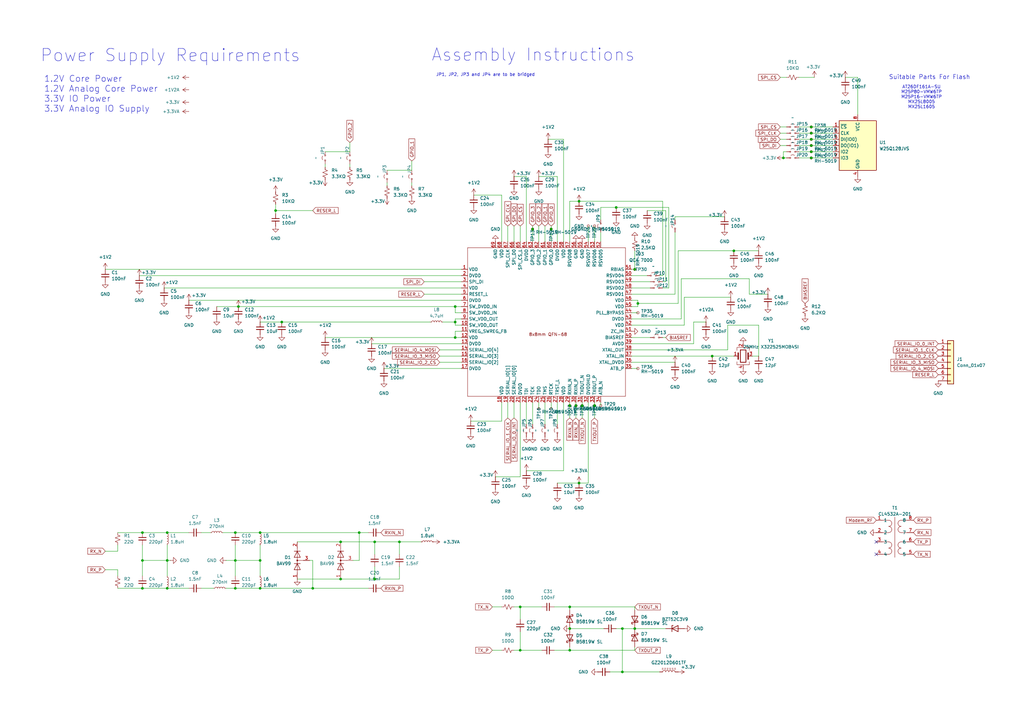
<source format=kicad_sch>
(kicad_sch (version 20231120) (generator "eeschema") (generator_version "8.0")
  (paper "A3")
  (junction (at 96.52 218.44))
  (junction (at 163.83 222.25))
  (junction (at 97.79 125.73))
  (junction (at 260.35 257.81))
  (junction (at 115.57 132.08))
  (junction (at 147.32 218.44))
  (junction (at 332.74 52.07))
  (junction (at 243.84 166.37))
  (junction (at 106.68 241.3))
  (junction (at 255.27 275.59))
  (junction (at 58.42 218.44))
  (junction (at 237.49 198.12))
  (junction (at 260.35 110.49))
  (junction (at 106.68 218.44))
  (junction (at 186.69 125.73))
  (junction (at 332.74 59.69))
  (junction (at 58.42 229.87))
  (junction (at 58.42 241.3))
  (junction (at 139.7 222.25))
  (junction (at 233.68 248.92))
  (junction (at 255.27 257.81))
  (junction (at 186.69 132.08))
  (junction (at 238.76 166.37))
  (junction (at 261.62 124.46))
  (junction (at 237.49 82.55))
  (junction (at 218.44 93.98))
  (junction (at 153.67 222.25))
  (junction (at 186.69 138.43))
  (junction (at 233.68 266.7))
  (junction (at 292.1 146.05))
  (junction (at 236.22 166.37))
  (junction (at 332.74 62.23))
  (junction (at 332.74 57.15))
  (junction (at 113.03 86.36))
  (junction (at 300.99 102.87))
  (junction (at 68.58 218.44))
  (junction (at 68.58 241.3))
  (junction (at 332.74 64.77))
  (junction (at 213.36 248.92))
  (junction (at 96.52 229.87))
  (junction (at 233.68 257.81))
  (junction (at 68.58 229.87))
  (junction (at 252.73 85.09))
  (junction (at 128.27 241.3))
  (junction (at 96.52 241.3))
  (junction (at 213.36 266.7))
  (junction (at 139.7 237.49))
  (junction (at 332.74 54.61))
  (junction (at 153.67 237.49))
  (junction (at 226.06 93.98))
  (junction (at 321.31 64.77))
  (junction (at 106.68 229.87))
  (junction (at 233.68 166.37))
  (no_connect (at 359.41 227.33))
  (no_connect (at 359.41 222.25))
  (wire (pts (xy 203.2 195.58) (xy 213.36 195.58)))
  (wire (pts (xy 139.7 222.25) (xy 153.67 222.25)))
  (wire (pts (xy 58.42 218.44) (xy 68.58 218.44)))
  (wire (pts (xy 205.74 80.01) (xy 194.31 80.01)))
  (wire (pts (xy 91.44 218.44) (xy 96.52 218.44)))
  (wire (pts (xy 96.52 218.44) (xy 106.68 218.44)))
  (wire (pts (xy 58.42 223.52) (xy 58.42 229.87)))
  (wire (pts (xy 218.44 165.1) (xy 218.44 173.99)))
  (wire (pts (xy 351.79 46.99) (xy 351.79 31.75)))
  (wire (pts (xy 189.23 130.81) (xy 186.69 130.81)))
  (wire (pts (xy 213.36 259.08) (xy 213.36 266.7)))
  (wire (pts (xy 260.35 250.19) (xy 260.35 248.92)))
  (wire (pts (xy 227.33 266.7) (xy 233.68 266.7)))
  (wire (pts (xy 58.42 241.3) (xy 68.58 241.3)))
  (wire (pts (xy 260.35 102.87) (xy 260.35 110.49)))
  (wire (pts (xy 58.42 229.87) (xy 68.58 229.87)))
  (wire (pts (xy 180.34 143.51) (xy 189.23 143.51)))
  (wire (pts (xy 237.49 198.12) (xy 241.3 198.12)))
  (wire (pts (xy 322.58 64.77) (xy 321.31 64.77)))
  (wire (pts (xy 68.58 229.87) (xy 69.85 229.87)))
  (wire (pts (xy 241.3 165.1) (xy 241.3 198.12)))
  (wire (pts (xy 215.9 193.04) (xy 231.14 193.04)))
  (wire (pts (xy 279.4 130.81) (xy 279.4 114.3)))
  (wire (pts (xy 320.04 54.61) (xy 322.58 54.61)))
  (wire (pts (xy 133.35 138.43) (xy 186.69 138.43)))
  (wire (pts (xy 321.31 64.77) (xy 321.31 62.23)))
  (wire (pts (xy 133.35 62.23) (xy 143.51 62.23)))
  (wire (pts (xy 220.98 92.71) (xy 220.98 99.06)))
  (wire (pts (xy 243.84 166.37) (xy 243.84 171.45)))
  (wire (pts (xy 233.68 266.7) (xy 260.35 266.7)))
  (wire (pts (xy 92.71 241.3) (xy 96.52 241.3)))
  (wire (pts (xy 252.73 85.09) (xy 274.32 85.09)))
  (wire (pts (xy 205.74 99.06) (xy 205.74 80.01)))
  (wire (pts (xy 237.49 82.55) (xy 233.68 82.55)))
  (wire (pts (xy 280.67 133.35) (xy 280.67 121.92)))
  (wire (pts (xy 246.38 165.1) (xy 246.38 166.37)))
  (wire (pts (xy 226.06 165.1) (xy 226.06 167.64)))
  (wire (pts (xy 180.34 148.59) (xy 189.23 148.59)))
  (wire (pts (xy 246.38 95.25) (xy 246.38 99.06)))
  (wire (pts (xy 208.28 165.1) (xy 208.28 171.45)))
  (wire (pts (xy 220.98 72.39) (xy 228.6 72.39)))
  (wire (pts (xy 186.69 128.27) (xy 186.69 125.73)))
  (wire (pts (xy 153.67 232.41) (xy 153.67 237.49)))
  (wire (pts (xy 236.22 165.1) (xy 236.22 166.37)))
  (wire (pts (xy 273.05 115.57) (xy 271.78 115.57)))
  (wire (pts (xy 218.44 92.71) (xy 218.44 93.98)))
  (wire (pts (xy 113.03 83.82) (xy 113.03 86.36)))
  (wire (pts (xy 213.36 92.71) (xy 213.36 99.06)))
  (wire (pts (xy 215.9 72.39) (xy 210.82 72.39)))
  (wire (pts (xy 327.66 57.15) (xy 332.74 57.15)))
  (wire (pts (xy 68.58 241.3) (xy 77.47 241.3)))
  (wire (pts (xy 77.47 123.19) (xy 189.23 123.19)))
  (wire (pts (xy 311.15 133.35) (xy 298.45 133.35)))
  (wire (pts (xy 153.67 222.25) (xy 153.67 227.33)))
  (wire (pts (xy 181.61 132.08) (xy 186.69 132.08)))
  (wire (pts (xy 157.48 151.13) (xy 189.23 151.13)))
  (wire (pts (xy 238.76 166.37) (xy 238.76 171.45)))
  (wire (pts (xy 259.08 148.59) (xy 276.86 148.59)))
  (wire (pts (xy 205.74 172.72) (xy 193.04 172.72)))
  (wire (pts (xy 332.74 57.15) (xy 341.63 57.15)))
  (wire (pts (xy 163.83 222.25) (xy 172.72 222.25)))
  (wire (pts (xy 180.34 146.05) (xy 189.23 146.05)))
  (wire (pts (xy 255.27 275.59) (xy 270.51 275.59)))
  (wire (pts (xy 43.18 233.68) (xy 48.26 233.68)))
  (wire (pts (xy 300.99 102.87) (xy 311.15 102.87)))
  (wire (pts (xy 143.51 67.31) (xy 143.51 68.58)))
  (wire (pts (xy 68.58 223.52) (xy 68.58 229.87)))
  (wire (pts (xy 261.62 125.73) (xy 259.08 125.73)))
  (wire (pts (xy 96.52 229.87) (xy 106.68 229.87)))
  (wire (pts (xy 106.68 218.44) (xy 147.32 218.44)))
  (wire (pts (xy 82.55 241.3) (xy 87.63 241.3)))
  (wire (pts (xy 279.4 114.3) (xy 307.34 114.3)))
  (wire (pts (xy 205.74 165.1) (xy 205.74 172.72)))
  (wire (pts (xy 259.08 128.27) (xy 261.62 128.27)))
  (wire (pts (xy 106.68 223.52) (xy 106.68 229.87)))
  (wire (pts (xy 158.75 69.85) (xy 168.91 69.85)))
  (wire (pts (xy 186.69 135.89) (xy 186.69 138.43)))
  (wire (pts (xy 210.82 92.71) (xy 210.82 99.06)))
  (wire (pts (xy 327.66 52.07) (xy 332.74 52.07)))
  (wire (pts (xy 173.99 120.65) (xy 189.23 120.65)))
  (wire (pts (xy 327.66 54.61) (xy 332.74 54.61)))
  (wire (pts (xy 127 229.87) (xy 128.27 229.87)))
  (wire (pts (xy 82.55 218.44) (xy 86.36 218.44)))
  (wire (pts (xy 320.04 31.75) (xy 322.58 31.75)))
  (wire (pts (xy 210.82 248.92) (xy 213.36 248.92)))
  (wire (pts (xy 121.92 222.25) (xy 139.7 222.25)))
  (wire (pts (xy 201.93 266.7) (xy 205.74 266.7)))
  (wire (pts (xy 259.08 118.11) (xy 266.7 118.11)))
  (wire (pts (xy 228.6 165.1) (xy 228.6 173.99)))
  (wire (pts (xy 186.69 132.08) (xy 186.69 133.35)))
  (wire (pts (xy 68.58 218.44) (xy 77.47 218.44)))
  (wire (pts (xy 273.05 86.36) (xy 273.05 115.57)))
  (wire (pts (xy 284.48 132.08) (xy 289.56 132.08)))
  (wire (pts (xy 332.74 54.61) (xy 341.63 54.61)))
  (wire (pts (xy 252.73 257.81) (xy 255.27 257.81)))
  (wire (pts (xy 48.26 241.3) (xy 58.42 241.3)))
  (wire (pts (xy 307.34 120.65) (xy 314.96 120.65)))
  (wire (pts (xy 189.23 135.89) (xy 186.69 135.89)))
  (wire (pts (xy 43.18 110.49) (xy 189.23 110.49)))
  (wire (pts (xy 276.86 88.9) (xy 297.18 88.9)))
  (wire (pts (xy 276.86 95.25) (xy 276.86 120.65)))
  (wire (pts (xy 106.68 132.08) (xy 115.57 132.08)))
  (wire (pts (xy 173.99 115.57) (xy 189.23 115.57)))
  (wire (pts (xy 97.79 125.73) (xy 186.69 125.73)))
  (wire (pts (xy 320.04 57.15) (xy 322.58 57.15)))
  (wire (pts (xy 208.28 92.71) (xy 208.28 99.06)))
  (wire (pts (xy 327.66 31.75) (xy 334.01 31.75)))
  (wire (pts (xy 163.83 222.25) (xy 163.83 227.33)))
  (wire (pts (xy 186.69 130.81) (xy 186.69 132.08)))
  (wire (pts (xy 220.98 165.1) (xy 220.98 167.64)))
  (wire (pts (xy 259.08 110.49) (xy 260.35 110.49)))
  (wire (pts (xy 246.38 85.09) (xy 252.73 85.09)))
  (wire (pts (xy 261.62 124.46) (xy 261.62 123.19)))
  (wire (pts (xy 228.6 198.12) (xy 237.49 198.12)))
  (wire (pts (xy 298.45 133.35) (xy 298.45 143.51)))
  (wire (pts (xy 231.14 57.15) (xy 231.14 99.06)))
  (wire (pts (xy 58.42 229.87) (xy 58.42 236.22)))
  (wire (pts (xy 308.61 146.05) (xy 311.15 146.05)))
  (wire (pts (xy 255.27 257.81) (xy 260.35 257.81)))
  (wire (pts (xy 143.51 62.23) (xy 143.51 58.42)))
  (wire (pts (xy 271.78 113.03) (xy 271.78 82.55)))
  (wire (pts (xy 115.57 132.08) (xy 176.53 132.08)))
  (wire (pts (xy 351.79 31.75) (xy 346.71 31.75)))
  (wire (pts (xy 113.03 86.36) (xy 128.27 86.36)))
  (wire (pts (xy 152.4 140.97) (xy 189.23 140.97)))
  (wire (pts (xy 128.27 229.87) (xy 128.27 241.3)))
  (wire (pts (xy 259.08 115.57) (xy 266.7 115.57)))
  (wire (pts (xy 213.36 248.92) (xy 213.36 254)))
  (wire (pts (xy 260.35 265.43) (xy 260.35 266.7)))
  (wire (pts (xy 280.67 121.92) (xy 299.72 121.92)))
  (wire (pts (xy 186.69 133.35) (xy 189.23 133.35)))
  (wire (pts (xy 332.74 52.07) (xy 341.63 52.07)))
  (wire (pts (xy 233.68 248.92) (xy 233.68 250.19)))
  (wire (pts (xy 259.08 133.35) (xy 280.67 133.35)))
  (wire (pts (xy 128.27 241.3) (xy 151.13 241.3)))
  (wire (pts (xy 261.62 151.13) (xy 259.08 151.13)))
  (wire (pts (xy 284.48 140.97) (xy 284.48 132.08)))
  (wire (pts (xy 158.75 74.93) (xy 158.75 76.2)))
  (wire (pts (xy 227.33 248.92) (xy 233.68 248.92)))
  (wire (pts (xy 265.43 86.36) (xy 273.05 86.36)))
  (wire (pts (xy 144.78 229.87) (xy 147.32 229.87)))
  (wire (pts (xy 186.69 125.73) (xy 189.23 125.73)))
  (wire (pts (xy 241.3 92.71) (xy 241.3 99.06)))
  (wire (pts (xy 243.84 165.1) (xy 243.84 166.37)))
  (wire (pts (xy 261.62 123.19) (xy 259.08 123.19)))
  (wire (pts (xy 218.44 93.98) (xy 218.44 99.06)))
  (wire (pts (xy 96.52 229.87) (xy 96.52 236.22)))
  (wire (pts (xy 271.78 82.55) (xy 237.49 82.55)))
  (wire (pts (xy 270.51 113.03) (xy 271.78 113.03)))
  (wire (pts (xy 233.68 166.37) (xy 233.68 171.45)))
  (wire (pts (xy 43.18 226.06) (xy 48.26 226.06)))
  (wire (pts (xy 246.38 90.17) (xy 246.38 85.09)))
  (wire (pts (xy 223.52 92.71) (xy 223.52 99.06)))
  (wire (pts (xy 259.08 130.81) (xy 279.4 130.81)))
  (wire (pts (xy 278.13 124.46) (xy 261.62 124.46)))
  (wire (pts (xy 292.1 146.05) (xy 300.99 146.05)))
  (wire (pts (xy 311.15 146.05) (xy 311.15 133.35)))
  (wire (pts (xy 260.35 257.81) (xy 273.05 257.81)))
  (wire (pts (xy 274.32 118.11) (xy 271.78 118.11)))
  (wire (pts (xy 320.04 59.69) (xy 322.58 59.69)))
  (wire (pts (xy 259.08 120.65) (xy 276.86 120.65)))
  (wire (pts (xy 213.36 248.92) (xy 222.25 248.92)))
  (wire (pts (xy 276.86 90.17) (xy 276.86 88.9)))
  (wire (pts (xy 320.04 52.07) (xy 322.58 52.07)))
  (wire (pts (xy 153.67 222.25) (xy 163.83 222.25)))
  (wire (pts (xy 255.27 275.59) (xy 255.27 257.81)))
  (wire (pts (xy 113.03 86.36) (xy 113.03 87.63)))
  (wire (pts (xy 231.14 165.1) (xy 231.14 193.04)))
  (wire (pts (xy 215.9 99.06) (xy 215.9 72.39)))
  (wire (pts (xy 238.76 165.1) (xy 238.76 166.37)))
  (wire (pts (xy 48.26 218.44) (xy 58.42 218.44)))
  (wire (pts (xy 147.32 229.87) (xy 147.32 218.44)))
  (wire (pts (xy 233.68 257.81) (xy 247.65 257.81)))
  (wire (pts (xy 278.13 102.87) (xy 278.13 124.46)))
  (wire (pts (xy 67.31 118.11) (xy 189.23 118.11)))
  (wire (pts (xy 327.66 62.23) (xy 332.74 62.23)))
  (wire (pts (xy 298.45 143.51) (xy 259.08 143.51)))
  (wire (pts (xy 332.74 59.69) (xy 341.63 59.69)))
  (wire (pts (xy 168.91 74.93) (xy 168.91 76.2)))
  (wire (pts (xy 201.93 248.92) (xy 205.74 248.92)))
  (wire (pts (xy 106.68 229.87) (xy 106.68 236.22)))
  (wire (pts (xy 307.34 114.3) (xy 307.34 120.65)))
  (wire (pts (xy 226.06 93.98) (xy 226.06 99.06)))
  (wire (pts (xy 168.91 69.85) (xy 168.91 66.04)))
  (wire (pts (xy 213.36 266.7) (xy 222.25 266.7)))
  (wire (pts (xy 233.68 165.1) (xy 233.68 166.37)))
  (wire (pts (xy 106.68 241.3) (xy 128.27 241.3)))
  (wire (pts (xy 48.26 233.68) (xy 48.26 236.22)))
  (wire (pts (xy 243.84 92.71) (xy 243.84 99.06)))
  (wire (pts (xy 259.08 146.05) (xy 292.1 146.05)))
  (wire (pts (xy 213.36 165.1) (xy 213.36 195.58)))
  (wire (pts (xy 215.9 165.1) (xy 215.9 173.99)))
  (wire (pts (xy 92.71 229.87) (xy 96.52 229.87)))
  (wire (pts (xy 57.15 113.03) (xy 189.23 113.03)))
  (wire (pts (xy 233.68 82.55) (xy 233.68 99.06)))
  (wire (pts (xy 233.68 266.7) (xy 233.68 265.43)))
  (wire (pts (xy 332.74 64.77) (xy 341.63 64.77)))
  (wire (pts (xy 321.31 62.23) (xy 322.58 62.23)))
  (wire (pts (xy 273.05 138.43) (xy 271.78 138.43)))
  (wire (pts (xy 96.52 241.3) (xy 106.68 241.3)))
  (wire (pts (xy 226.06 92.71) (xy 226.06 93.98)))
  (wire (pts (xy 189.23 128.27) (xy 186.69 128.27)))
  (wire (pts (xy 231.14 57.15) (xy 224.79 57.15)))
  (wire (pts (xy 259.08 113.03) (xy 265.43 113.03)))
  (wire (pts (xy 68.58 229.87) (xy 68.58 236.22)))
  (wire (pts (xy 278.13 102.87) (xy 300.99 102.87)))
  (wire (pts (xy 133.35 67.31) (xy 133.35 68.58)))
  (wire (pts (xy 228.6 72.39) (xy 228.6 99.06)))
  (wire (pts (xy 96.52 223.52) (xy 96.52 229.87)))
  (wire (pts (xy 153.67 237.49) (xy 163.83 237.49)))
  (wire (pts (xy 163.83 237.49) (xy 163.83 232.41)))
  (wire (pts (xy 274.32 85.09) (xy 274.32 118.11)))
  (wire (pts (xy 139.7 237.49) (xy 153.67 237.49)))
  (wire (pts (xy 233.68 248.92) (xy 260.35 248.92)))
  (wire (pts (xy 186.69 138.43) (xy 189.23 138.43)))
  (wire (pts (xy 88.9 125.73) (xy 97.79 125.73)))
  (wire (pts (xy 332.74 62.23) (xy 341.63 62.23)))
  (wire (pts (xy 327.66 59.69) (xy 332.74 59.69)))
  (wire (pts (xy 48.26 226.06) (xy 48.26 223.52)))
  (wire (pts (xy 210.82 165.1) (xy 210.82 171.45)))
  (wire (pts (xy 236.22 166.37) (xy 236.22 171.45)))
  (wire (pts (xy 261.62 124.46) (xy 261.62 125.73)))
  (wire (pts (xy 259.08 138.43) (xy 266.7 138.43)))
  (wire (pts (xy 121.92 237.49) (xy 139.7 237.49)))
  (wire (pts (xy 223.52 165.1) (xy 223.52 173.99)))
  (wire (pts (xy 250.19 275.59) (xy 255.27 275.59)))
  (wire (pts (xy 259.08 140.97) (xy 284.48 140.97)))
  (wire (pts (xy 210.82 266.7) (xy 213.36 266.7)))
  (wire (pts (xy 147.32 218.44) (xy 151.13 218.44)))
  (wire (pts (xy 327.66 64.77) (xy 332.74 64.77)))
  (text "Power Supply Requirements" (at 69.85 22.86 0) (effects (font (size 5.08 5.08))))
  (text "AT26DF161A-SU\nM25P80-VMW6TP\nM25P16-VMW6TP\nMX25L8005\nMX25L1605" (at 377.952 39.878 0) (effects (font (size 1.27 1.27))))
  (text "JP1, JP2, JP3 and JP4 are to be bridged" (at 199.136 30.734 0) (effects (font (size 1.27 1.27))))
  (text "Suitable Parts For Flash" (at 381.254 31.75 0) (effects (font (size 1.778 1.778))))
  (text "1.2V Core Power\n1.2V Analog Core Power\n3.3V IO Power\n3.3V Analog IO Supply" (at 18.034 38.608 0) (effects (font (size 2.54 2.54)) (justify left)))
  (text "Assembly Instructions" (at 218.694 22.606 0) (effects (font (size 5.08 5.08))))
  (global_label "RX_P" (shape input) (at 43.18 233.68 180) (property "Intersheetrefs" "${INTERSHEET_REFS}" (effects (hide yes))))
  (global_label "TXOUT_N" (shape input) (at 260.35 248.92 0) (property "Intersheetrefs" "${INTERSHEET_REFS}" (effects (hide yes))))
  (global_label "SERIAL_IO_0_INT" (shape input) (at 384.81 140.97 180) (property "Intersheetrefs" "${INTERSHEET_REFS}" (effects (hide yes))))
  (global_label "SERIAL_IO_0_INT" (shape input) (at 210.82 171.45 270) (property "Intersheetrefs" "${INTERSHEET_REFS}" (effects (hide yes))))
  (global_label "SPI_CS" (shape input) (at 320.04 31.75 180) (property "Intersheetrefs" "${INTERSHEET_REFS}" (effects (hide yes))))
  (global_label "GPIO_2" (shape input) (at 143.51 58.42 90) (property "Intersheetrefs" "${INTERSHEET_REFS}" (effects (hide yes))))
  (global_label "Modem_RF" (shape input) (at 359.41 213.36 180) (property "Intersheetrefs" "${INTERSHEET_REFS}" (effects (hide yes))))
  (global_label "BIASREF" (shape input) (at 273.05 138.43 0) (property "Intersheetrefs" "${INTERSHEET_REFS}" (effects (hide yes))))
  (global_label "SERIAL_IO_3_MISO" (shape input) (at 180.34 146.05 180) (property "Intersheetrefs" "${INTERSHEET_REFS}" (effects (hide yes))))
  (global_label "SPI_CLK" (shape input) (at 208.28 92.71 90) (property "Intersheetrefs" "${INTERSHEET_REFS}" (effects (hide yes))))
  (global_label "SERIAL_IO_2_CS" (shape input) (at 180.34 148.59 180) (property "Intersheetrefs" "${INTERSHEET_REFS}" (effects (hide yes))))
  (global_label "SPI_DI" (shape input) (at 320.04 59.69 180) (property "Intersheetrefs" "${INTERSHEET_REFS}" (effects (hide yes))))
  (global_label "SERIAL_IO_3_MISO" (shape input) (at 384.81 148.59 180) (property "Intersheetrefs" "${INTERSHEET_REFS}" (effects (hide yes))))
  (global_label "BIASREF" (shape input) (at 330.2 124.46 90) (property "Intersheetrefs" "${INTERSHEET_REFS}" (effects (hide yes))))
  (global_label "SPI_CS" (shape input) (at 320.04 52.07 180) (property "Intersheetrefs" "${INTERSHEET_REFS}" (effects (hide yes))))
  (global_label "RESER_L" (shape input) (at 173.99 120.65 180) (property "Intersheetrefs" "${INTERSHEET_REFS}" (effects (hide yes))))
  (global_label "TX_N" (shape input) (at 201.93 248.92 180) (property "Intersheetrefs" "${INTERSHEET_REFS}" (effects (hide yes))))
  (global_label "SERIAL_IO_4_MOSI" (shape input) (at 384.81 151.13 180) (property "Intersheetrefs" "${INTERSHEET_REFS}" (effects (hide yes))))
  (global_label "SPI_DO" (shape input) (at 320.04 57.15 180) (property "Intersheetrefs" "${INTERSHEET_REFS}" (effects (hide yes))))
  (global_label "SERIAL_IO_1_CLK" (shape input) (at 384.81 143.51 180) (property "Intersheetrefs" "${INTERSHEET_REFS}" (effects (hide yes))))
  (global_label "RESER_L" (shape input) (at 384.81 153.67 180) (property "Intersheetrefs" "${INTERSHEET_REFS}" (effects (hide yes))))
  (global_label "RXIN_N" (shape input) (at 156.21 218.44 0) (property "Intersheetrefs" "${INTERSHEET_REFS}" (effects (hide yes))))
  (global_label "SERIAL_IO_1_CLK" (shape input) (at 208.28 171.45 270) (property "Intersheetrefs" "${INTERSHEET_REFS}" (effects (hide yes))))
  (global_label "TX_N" (shape input) (at 374.65 227.33 0) (property "Intersheetrefs" "${INTERSHEET_REFS}" (effects (hide yes))))
  (global_label "SERIAL_IO_4_MOSI" (shape input) (at 180.34 143.51 180) (property "Intersheetrefs" "${INTERSHEET_REFS}" (effects (hide yes))))
  (global_label "GPIO_3" (shape input) (at 218.44 92.71 90) (property "Intersheetrefs" "${INTERSHEET_REFS}" (effects (hide yes))))
  (global_label "TXOUT_N" (shape input) (at 238.76 171.45 270) (property "Intersheetrefs" "${INTERSHEET_REFS}" (effects (hide yes))))
  (global_label "TX_P" (shape input) (at 374.65 222.25 0) (property "Intersheetrefs" "${INTERSHEET_REFS}" (effects (hide yes))))
  (global_label "RX_N" (shape input) (at 43.18 226.06 180) (property "Intersheetrefs" "${INTERSHEET_REFS}" (effects (hide yes))))
  (global_label "RESER_L" (shape input) (at 128.27 86.36 0) (property "Intersheetrefs" "${INTERSHEET_REFS}" (effects (hide yes))))
  (global_label "TX_P" (shape input) (at 201.93 266.7 180) (property "Intersheetrefs" "${INTERSHEET_REFS}" (effects (hide yes))))
  (global_label "SPI_DI" (shape input) (at 173.99 115.57 180) (property "Intersheetrefs" "${INTERSHEET_REFS}" (effects (hide yes))))
  (global_label "GPIO_1" (shape input) (at 168.91 66.04 90) (property "Intersheetrefs" "${INTERSHEET_REFS}" (effects (hide yes))))
  (global_label "RXIN_P" (shape input) (at 156.21 241.3 0) (property "Intersheetrefs" "${INTERSHEET_REFS}" (effects (hide yes))))
  (global_label "RX_P" (shape input) (at 374.65 213.36 0) (property "Intersheetrefs" "${INTERSHEET_REFS}" (effects (hide yes))))
  (global_label "GPIO_2" (shape input) (at 220.98 92.71 90) (property "Intersheetrefs" "${INTERSHEET_REFS}" (effects (hide yes))))
  (global_label "RX_N" (shape input) (at 374.65 218.44 0) (property "Intersheetrefs" "${INTERSHEET_REFS}" (effects (hide yes))))
  (global_label "RXIN_N" (shape input) (at 233.68 171.45 270) (property "Intersheetrefs" "${INTERSHEET_REFS}" (effects (hide yes))))
  (global_label "TXOUT_P" (shape input) (at 260.35 266.7 0) (property "Intersheetrefs" "${INTERSHEET_REFS}" (effects (hide yes))))
  (global_label "GPIO_0" (shape input) (at 226.06 92.71 90) (property "Intersheetrefs" "${INTERSHEET_REFS}" (effects (hide yes))))
  (global_label "SPI_CLK" (shape input) (at 320.04 54.61 180) (property "Intersheetrefs" "${INTERSHEET_REFS}" (effects (hide yes))))
  (global_label "RXIN_P" (shape input) (at 236.22 171.45 270) (property "Intersheetrefs" "${INTERSHEET_REFS}" (effects (hide yes))))
  (global_label "GPIO_1" (shape input) (at 223.52 92.71 90) (property "Intersheetrefs" "${INTERSHEET_REFS}" (effects (hide yes))))
  (global_label "SERIAL_IO_2_CS" (shape input) (at 384.81 146.05 180) (property "Intersheetrefs" "${INTERSHEET_REFS}" (effects (hide yes))))
  (global_label "SPI_DO" (shape input) (at 210.82 92.71 90) (property "Intersheetrefs" "${INTERSHEET_REFS}" (effects (hide yes))))
  (global_label "TXOUT_P" (shape input) (at 243.84 171.45 270) (property "Intersheetrefs" "${INTERSHEET_REFS}" (effects (hide yes))))
  (global_label "SPI_CS" (shape input) (at 213.36 92.71 90) (property "Intersheetrefs" "${INTERSHEET_REFS}" (effects (hide yes))))
  (symbol (lib_id "power:GND") (at 346.71 36.83 0) (unit 1)
    (property "Reference" "#PWR087" (effects (hide yes)))
    (property "Value" "GND" (at 346.71 41.91 0))
    (property "Description" "Power symbol creates a global label with name \"GND\" , ground" (effects (hide yes)))
  )
  (symbol (lib_id "Device:R_Small_US") (at 143.51 71.12 0) (unit 1)
    (property "Reference" "R5" (at 146.05 69.8499 0) (effects (justify left)))
    (property "Value" "3.3KΩ" (at 146.05 72.3899 0) (effects (justify left)))
    (property "Footprint" "Resistor_SMD:R_0805_2012Metric" (effects (hide yes)))
    (property "Description" "Resistor, small US symbol" (effects (hide yes)))
    (property "JLCPCB Part No #" "C26010" (effects (hide yes)))
  )
  (symbol (lib_id "power:+1V2") (at 67.31 118.11 0) (unit 1)
    (property "Reference" "#PWR05" (effects (hide yes)))
    (property "Value" "+1V2" (at 70.358 115.824 0))
    (property "Description" "Power symbol creates a global label with name \"+1V2\"" (effects (hide yes)))
  )
  (symbol (lib_id "power:+1V2") (at 77.47 36.83 90) (unit 1)
    (property "Reference" "#PWR08" (effects (hide yes)))
    (property "Value" "+1V2A" (at 73.66 36.8299 90) (effects (justify left)))
    (property "Description" "Power symbol creates a global label with name \"+1V2\"" (effects (hide yes)))
  )
  (symbol (lib_id "Device:L_Small") (at 106.68 238.76 0) (unit 1)
    (property "Reference" "L6" (at 107.95 237.4899 0) (effects (justify left)))
    (property "Value" "1.8uH" (at 107.95 240.0299 0) (effects (justify left)))
    (property "Footprint" "Inductor_SMD:L_0805_2012Metric" (effects (hide yes)))
    (property "Description" "Inductor, small symbol" (effects (hide yes)))
    (property "JLCPCB Part No #" "C479897" (effects (hide yes)))
  )
  (symbol (lib_id "power:+1V2") (at 311.15 102.87 0) (unit 1)
    (property "Reference" "#PWR078" (effects (hide yes)))
    (property "Value" "+1V2" (at 311.15 97.79 0))
    (property "Description" "Power symbol creates a global label with name \"+1V2\"" (effects (hide yes)))
  )
  (symbol (lib_id "Device:C_Small") (at 67.31 120.65 0) (unit 1)
    (property "Reference" "C5" (at 69.85 119.3862 0) (effects (justify left)))
    (property "Value" "100nF" (at 69.85 121.9262 0) (effects (justify left)))
    (property "Footprint" "Capacitor_SMD:C_0805_2012Metric" (effects (hide yes)))
    (property "Description" "Unpolarized capacitor, small symbol" (effects (hide yes)))
    (property "JLCPCB Part No #" "C28233" (effects (hide yes)))
  )
  (symbol (lib_id "power:GND") (at 304.8 151.13 0) (unit 1)
    (property "Reference" "#PWR077" (effects (hide yes)))
    (property "Value" "GND" (at 304.8 156.21 0))
    (property "Description" "Power symbol creates a global label with name \"GND\" , ground" (effects (hide yes)))
  )
  (symbol (lib_id "power:GND") (at 359.41 218.44 270) (unit 1)
    (property "Reference" "#PWR089" (effects (hide yes)))
    (property "Value" "GND" (at 355.6 218.4399 90) (effects (justify right)))
    (property "Description" "Power symbol creates a global label with name \"GND\" , ground" (effects (hide yes)))
  )
  (symbol (lib_id "Device:C_Small") (at 153.67 218.44 90) (unit 1)
    (property "Reference" "C18" (at 153.6763 212.09 90))
    (property "Value" "1.5nF" (at 153.6763 214.63 90))
    (property "Footprint" "Capacitor_SMD:C_0805_2012Metric" (effects (hide yes)))
    (property "Description" "Unpolarized capacitor, small symbol" (effects (hide yes)))
    (property "JLCPCB Part No #" "C107142" (effects (hide yes)))
  )
  (symbol (lib_id "Jumper:Jumper_2_Small_Open") (at 218.44 176.53 90) (unit 1) (exclude_from_sim yes)
    (property "Reference" "JP6" (at 217.424 171.704 0) (effects (justify right)))
    (property "Value" "~" (at 214.63 176.53 0))
    (property "Footprint" "Jumper:SolderJumper-2_P1.3mm_Open_RoundedPad1.0x1.5mm" (effects (hide yes)))
    (property "Description" "Jumper, 2-pole, small symbol, open" (effects (hide yes)))
  )
  (symbol (lib_id "Device:C_Small") (at 96.52 220.98 0) (unit 1)
    (property "Reference" "C10" (at 99.06 219.7162 0) (effects (justify left)))
    (property "Value" "220pF" (at 99.06 222.2562 0) (effects (justify left)))
    (property "Footprint" "Capacitor_SMD:C_0805_2012Metric" (effects (hide yes)))
    (property "Description" "Unpolarized capacitor, small symbol" (effects (hide yes)))
    (property "JLCPCB Part No #" "C107145" (effects (hide yes)))
  )
  (symbol (lib_id "power:GND") (at 168.91 81.28 0) (unit 1)
    (property "Reference" "#PWR031" (effects (hide yes)))
    (property "Value" "GND" (at 168.91 86.36 0))
    (property "Description" "Power symbol creates a global label with name \"GND\" , ground" (effects (hide yes)))
  )
  (symbol (lib_id "Device:C_Small") (at 276.86 151.13 0) (unit 1)
    (property "Reference" "C40" (at 279.4 149.8662 0) (effects (justify left)))
    (property "Value" "100nF" (at 279.4 152.4062 0) (effects (justify left)))
    (property "Footprint" "Capacitor_SMD:C_0805_2012Metric" (effects (hide yes)))
    (property "Description" "Unpolarized capacitor, small symbol" (effects (hide yes)))
    (property "JLCPCB Part No #" "C28233" (effects (hide yes)))
  )
  (symbol (lib_id "Device:C_Small") (at 153.67 229.87 180) (unit 1)
    (property "Reference" "C19" (at 156.21 228.5935 0) (effects (justify right)))
    (property "Value" "1.5nF" (at 156.21 231.1335 0) (effects (justify right)))
    (property "Footprint" "Capacitor_SMD:C_0805_2012Metric" (effects (hide yes)))
    (property "Description" "Unpolarized capacitor, small symbol" (effects (hide yes)))
    (property "JLCPCB Part No #" "C107142" (effects (hide yes)))
  )
  (symbol (lib_id "Connector:TestPoint_Small") (at 226.06 167.64 180) (unit 1)
    (property "Reference" "TP20" (at 226.06 171.958 90) (effects (justify right)))
    (property "Value" "RH-5019" (at 227.33 168.91 0) (effects (justify right)))
    (property "Footprint" "TestPoint:TestPoint_Keystone_5019_Minature" (effects (hide yes)))
    (property "Description" "test point" (effects (hide yes)))
    (property "JLCPCB Part No #" "C5199800" (effects (hide yes)))
  )
  (symbol (lib_id "power:GND") (at 314.96 125.73 0) (unit 1)
    (property "Reference" "#PWR082" (effects (hide yes)))
    (property "Value" "GND" (at 314.96 130.81 0))
    (property "Description" "Power symbol creates a global label with name \"GND\" , ground" (effects (hide yes)))
  )
  (symbol (lib_id "Device:R_Small_US") (at 113.03 81.28 0) (unit 1)
    (property "Reference" "R3" (at 115.57 80.0099 0) (effects (justify left)))
    (property "Value" "10KΩ" (at 115.57 82.5499 0) (effects (justify left)))
    (property "Footprint" "Resistor_SMD:R_0805_2012Metric" (effects (hide yes)))
    (property "Description" "Resistor, small US symbol" (effects (hide yes)))
    (property "JLCPCB Part No #" "C17414" (effects (hide yes)))
  )
  (symbol (lib_id "Connector:TestPoint_Small") (at 332.74 62.23 0) (unit 1)
    (property "Reference" "TP42" (at 334.01 61.5949 0) (effects (justify left)))
    (property "Value" "RH-5019" (at 334.01 63.5 0) (effects (justify left)))
    (property "Footprint" "TestPoint:TestPoint_Keystone_5019_Minature" (effects (hide yes)))
    (property "Description" "test point" (effects (hide yes)))
    (property "JLCPCB Part No #" "C5199800" (effects (hide yes)))
  )
  (symbol (lib_id "Jumper:Jumper_2_Small_Open") (at 276.86 92.71 90) (unit 1) (exclude_from_sim yes)
    (property "Reference" "JP14" (at 275.844 87.884 0) (effects (justify right)))
    (property "Value" "~" (at 273.05 92.71 0))
    (property "Footprint" "Jumper:SolderJumper-2_P1.3mm_Open_RoundedPad1.0x1.5mm" (effects (hide yes)))
    (property "Description" "Jumper, 2-pole, small symbol, open" (effects (hide yes)))
  )
  (symbol (lib_id "power:GND") (at 218.44 179.07 0) (unit 1)
    (property "Reference" "#PWR045" (effects (hide yes)))
    (property "Value" "GND" (at 218.44 184.15 0))
    (property "Description" "Power symbol creates a global label with name \"GND\" , ground" (effects (hide yes)))
  )
  (symbol (lib_id "power:+3.3V") (at 321.31 64.77 90) (unit 1)
    (property "Reference" "#PWR083" (effects (hide yes)))
    (property "Value" "+3.3V" (at 315.468 64.77 90))
    (property "Description" "Power symbol creates a global label with name \"+3.3V\"" (effects (hide yes)))
  )
  (symbol (lib_id "Diode:BAV99") (at 121.92 229.87 90) (unit 1)
    (property "Reference" "D1" (at 119.38 228.5999 90) (effects (justify left)))
    (property "Value" "BAV99" (at 119.38 231.1399 90) (effects (justify left)))
    (property "Footprint" "Package_TO_SOT_SMD:SOT-23" (effects (hide yes)))
    (property "Datasheet" "https://assets.nexperia.com/documents/data-sheet/BAV99_SER.pdf" (effects (hide yes)))
    (property "Description" "BAV99 High-speed switching diodes, SOT-23" (effects (hide yes)))
    (property "JLCPCB Part No #" "C7420336" (effects (hide yes)))
  )
  (symbol (lib_id "Device:L_Small") (at 88.9 218.44 90) (unit 1)
    (property "Reference" "L3" (at 88.9 213.36 90))
    (property "Value" "270nH" (at 88.9 215.9 90))
    (property "Footprint" "Inductor_SMD:L_0805_2012Metric" (effects (hide yes)))
    (property "Description" "Inductor, small symbol" (effects (hide yes)))
    (property "JLCPCB Part No #" "C404430" (effects (hide yes)))
  )
  (symbol (lib_id "Jumper:Jumper_2_Small_Open") (at 223.52 176.53 90) (unit 1) (exclude_from_sim yes)
    (property "Reference" "JP7" (at 222.504 171.704 0) (effects (justify right)))
    (property "Value" "~" (at 219.71 176.53 0))
    (property "Footprint" "Jumper:SolderJumper-2_P1.3mm_Open_RoundedPad1.0x1.5mm" (effects (hide yes)))
    (property "Description" "Jumper, 2-pole, small symbol, open" (effects (hide yes)))
  )
  (symbol (lib_id "Device:C_Small") (at 57.15 115.57 0) (unit 1)
    (property "Reference" "C2" (at 59.69 114.3062 0) (effects (justify left)))
    (property "Value" "100nF" (at 59.69 116.8462 0) (effects (justify left)))
    (property "Footprint" "Capacitor_SMD:C_0805_2012Metric" (effects (hide yes)))
    (property "Description" "Unpolarized capacitor, small symbol" (effects (hide yes)))
    (property "JLCPCB Part No #" "C28233" (effects (hide yes)))
  )
  (symbol (lib_id "Device:C_Small") (at 297.18 91.44 0) (unit 1)
    (property "Reference" "C43" (at 299.72 90.1762 0) (effects (justify left)))
    (property "Value" "100nF" (at 299.72 92.7162 0) (effects (justify left)))
    (property "Footprint" "Capacitor_SMD:C_0805_2012Metric" (effects (hide yes)))
    (property "Description" "Unpolarized capacitor, small symbol" (effects (hide yes)))
    (property "JLCPCB Part No #" "C28233" (effects (hide yes)))
  )
  (symbol (lib_id "Device:C_Small") (at 265.43 88.9 0) (unit 1)
    (property "Reference" "C39" (at 267.97 87.6362 0) (effects (justify left)))
    (property "Value" "100nF" (at 267.97 90.1762 0) (effects (justify left)))
    (property "Footprint" "Capacitor_SMD:C_0805_2012Metric" (effects (hide yes)))
    (property "Description" "Unpolarized capacitor, small symbol" (effects (hide yes)))
    (property "JLCPCB Part No #" "C28233" (effects (hide yes)))
  )
  (symbol (lib_id "power:+1V2") (at 224.79 57.15 0) (unit 1)
    (property "Reference" "#PWR049" (effects (hide yes)))
    (property "Value" "+1V2" (at 224.79 52.07 0))
    (property "Description" "Power symbol creates a global label with name \"+1V2\"" (effects (hide yes)))
  )
  (symbol (lib_id "transformerCL4532A-201:transformer") (at 361.95 210.82 0) (unit 1)
    (property "Reference" "T1" (at 367.03 208.28 0))
    (property "Value" "CL4532A-201" (at 367.03 210.82 0))
    (property "Footprint" "Footprints:transformerCL4532A-201" (effects (hide yes)))
    (property "JLCPCB Part No #" "C2904734" (effects (hide yes)))
  )
  (symbol (lib_id "power:GND") (at 280.67 257.81 90) (unit 1)
    (property "Reference" "#PWR067" (effects (hide yes)))
    (property "Value" "GND" (at 284.48 257.8099 90) (effects (justify right)))
    (property "Description" "Power symbol creates a global label with name \"GND\" , ground" (effects (hide yes)))
  )
  (symbol (lib_id "power:GND") (at 260.35 97.79 180) (unit 1)
    (property "Reference" "#PWR062" (effects (hide yes)))
    (property "Value" "GND" (at 260.35 92.71 0))
    (property "Description" "Power symbol creates a global label with name \"GND\" , ground" (effects (hide yes)))
  )
  (symbol (lib_id "power:GND") (at 223.52 179.07 0) (unit 1)
    (property "Reference" "#PWR048" (effects (hide yes)))
    (property "Value" "GND" (at 223.52 184.15 0))
    (property "Description" "Power symbol creates a global label with name \"GND\" , ground" (effects (hide yes)))
  )
  (symbol (lib_id "power:GND") (at 351.79 72.39 0) (unit 1)
    (property "Reference" "#PWR088" (effects (hide yes)))
    (property "Value" "GND" (at 351.79 77.47 0))
    (property "Description" "Power symbol creates a global label with name \"GND\" , ground" (effects (hide yes)))
  )
  (symbol (lib_id "power:+1V2") (at 237.49 82.55 0) (unit 1)
    (property "Reference" "#PWR055" (effects (hide yes)))
    (property "Value" "+1V2" (at 237.49 77.47 0))
    (property "Description" "Power symbol creates a global label with name \"+1V2\"" (effects (hide yes)))
  )
  (symbol (lib_id "Jumper:Jumper_2_Small_Open") (at 269.24 115.57 0) (unit 1) (exclude_from_sim yes)
    (property "Reference" "JP11" (at 274.066 114.554 0) (effects (justify right)))
    (property "Value" "~" (at 269.24 111.76 0))
    (property "Footprint" "Jumper:SolderJumper-2_P1.3mm_Open_RoundedPad1.0x1.5mm" (effects (hide yes)))
    (property "Description" "Jumper, 2-pole, small symbol, open" (effects (hide yes)))
  )
  (symbol (lib_id "power:+3.3V") (at 158.75 81.28 180) (unit 1)
    (property "Reference" "#PWR030" (effects (hide yes)))
    (property "Value" "+3.3V" (at 154.94 82.55 0))
    (property "Description" "Power symbol creates a global label with name \"+3.3V\"" (effects (hide yes)))
  )
  (symbol (lib_id "power:+3.3VA") (at 276.86 148.59 0) (unit 1)
    (property "Reference" "#PWR064" (effects (hide yes)))
    (property "Value" "+3.3VA" (at 276.86 143.51 0))
    (property "Description" "Power symbol creates a global label with name \"+3.3VA\"" (effects (hide yes)))
  )
  (symbol (lib_id "Connector:TestPoint_Small") (at 243.84 166.37 180) (unit 1)
    (property "Reference" "TP28" (at 243.84 170.688 90) (effects (justify right)))
    (property "Value" "RH-5019" (at 245.11 167.64 0) (effects (justify right)))
    (property "Footprint" "TestPoint:TestPoint_Keystone_5019_Minature" (effects (hide yes)))
    (property "Description" "test point" (effects (hide yes)))
    (property "JLCPCB Part No #" "C5199800" (effects (hide yes)))
  )
  (symbol (lib_id "Device:C_Small") (at 311.15 148.59 0) (unit 1)
    (property "Reference" "C47" (at 313.69 147.3262 0) (effects (justify left)))
    (property "Value" "12pF" (at 313.69 149.8662 0) (effects (justify left)))
    (property "Footprint" "Capacitor_SMD:C_0805_2012Metric" (effects (hide yes)))
    (property "Description" "Unpolarized capacitor, small symbol" (effects (hide yes)))
    (property "JLCPCB Part No #" "C1792" (effects (hide yes)))
  )
  (symbol (lib_id "Device:C_Small") (at 157.48 153.67 0) (unit 1)
    (property "Reference" "C21" (at 160.02 152.4062 0) (effects (justify left)))
    (property "Value" "100nF" (at 160.02 154.9462 0) (effects (justify left)))
    (property "Footprint" "Capacitor_SMD:C_0805_2012Metric" (effects (hide yes)))
    (property "Description" "Unpolarized capacitor, small symbol" (effects (hide yes)))
    (property "JLCPCB Part No #" "C28233" (effects (hide yes)))
  )
  (symbol (lib_id "Device:C_Small") (at 224.79 266.7 90) (unit 1)
    (property "Reference" "C32" (at 224.7963 260.35 90))
    (property "Value" "100nF" (at 224.7963 262.89 90))
    (property "Footprint" "Capacitor_SMD:C_0805_2012Metric" (effects (hide yes)))
    (property "Description" "Unpolarized capacitor, small symbol" (effects (hide yes)))
    (property "JLCPCB Part No #" "C28233" (effects (hide yes)))
  )
  (symbol (lib_id "Device:C_Small") (at 252.73 87.63 0) (unit 1)
    (property "Reference" "C37" (at 255.27 86.3662 0) (effects (justify left)))
    (property "Value" "100nF" (at 255.27 88.9062 0) (effects (justify left)))
    (property "Footprint" "Capacitor_SMD:C_0805_2012Metric" (effects (hide yes)))
    (property "Description" "Unpolarized capacitor, small symbol" (effects (hide yes)))
    (property "JLCPCB Part No #" "C28233" (effects (hide yes)))
  )
  (symbol (lib_id "Device:R_Small_US") (at 48.26 220.98 0) (unit 1)
    (property "Reference" "R1" (at 50.8 219.7099 0) (effects (justify left)))
    (property "Value" "22Ω" (at 50.8 222.2499 0) (effects (justify left)))
    (property "Footprint" "Resistor_SMD:R_0805_2012Metric" (effects (hide yes)))
    (property "Description" "Resistor, small US symbol" (effects (hide yes)))
    (property "JLCPCB Part No #" "C17561" (effects (hide yes)))
  )
  (symbol (lib_id "Device:L_Small") (at 106.68 220.98 0) (unit 1)
    (property "Reference" "L5" (at 107.95 219.7099 0) (effects (justify left)))
    (property "Value" "1.8uH" (at 107.95 222.2499 0) (effects (justify left)))
    (property "Footprint" "Inductor_SMD:L_0805_2012Metric" (effects (hide yes)))
    (property "Description" "Inductor, small symbol" (effects (hide yes)))
    (property "JLCPCB Part No #" "C479897" (effects (hide yes)))
  )
  (symbol (lib_id "power:GND") (at 297.18 93.98 0) (unit 1)
    (property "Reference" "#PWR072" (effects (hide yes)))
    (property "Value" "GND" (at 297.18 99.06 0))
    (property "Description" "Power symbol creates a global label with name \"GND\" , ground" (effects (hide yes)))
  )
  (symbol (lib_id "Device:L_Small") (at 179.07 132.08 90) (unit 1)
    (property "Reference" "L8" (at 179.07 127 90))
    (property "Value" "4.7uH" (at 179.07 129.54 90))
    (property "Footprint" "Inductor_SMD:L_Sunlord_SWPA3015S" (effects (hide yes)))
    (property "Description" "Inductor, small symbol" (effects (hide yes)))
    (property "JLCPCB Part No #" "C19398" (effects (hide yes)))
  )
  (symbol (lib_id "power:GND") (at 237.49 87.63 0) (unit 1)
    (property "Reference" "#PWR056" (effects (hide yes)))
    (property "Value" "GND" (at 237.49 92.71 0))
    (property "Description" "Power symbol creates a global label with name \"GND\" , ground" (effects (hide yes)))
  )
  (symbol (lib_id "Device:C_Small") (at 58.42 238.76 0) (unit 1)
    (property "Reference" "C4" (at 60.96 237.4962 0) (effects (justify left)))
    (property "Value" "220pF" (at 60.96 240.0362 0) (effects (justify left)))
    (property "Footprint" "Capacitor_SMD:C_0805_2012Metric" (effects (hide yes)))
    (property "Description" "Unpolarized capacitor, small symbol" (effects (hide yes)))
    (property "JLCPCB Part No #" "C107145" (effects (hide yes)))
  )
  (symbol (lib_id "power:+1V2") (at 299.72 121.92 0) (unit 1)
    (property "Reference" "#PWR073" (effects (hide yes)))
    (property "Value" "+1V2" (at 299.72 116.84 0))
    (property "Description" "Power symbol creates a global label with name \"+1V2\"" (effects (hide yes)))
  )
  (symbol (lib_id "power:GND") (at 133.35 143.51 0) (unit 1)
    (property "Reference" "#PWR024" (effects (hide yes)))
    (property "Value" "GND" (at 133.35 148.59 0))
    (property "Description" "Power symbol creates a global label with name \"GND\" , ground" (effects (hide yes)))
  )
  (symbol (lib_id "power:GND") (at 194.31 85.09 0) (unit 1)
    (property "Reference" "#PWR036" (effects (hide yes)))
    (property "Value" "GND" (at 194.31 90.17 0))
    (property "Description" "Power symbol creates a global label with name \"GND\" , ground" (effects (hide yes)))
  )
  (symbol (lib_id "QualcommAtheros:QCA 7000") (at 224.79 130.81 0) (unit 1)
    (property "Reference" "D3" (at 262.89 104.1714 0))
    (property "Value" "QCA 7000" (at 262.89 106.7114 0))
    (property "Footprint" "Package_DFN_QFN:QFN-68-1EP_8x8mm_P0.4mm_EP5.2x5.2mm_ThermalVias" (effects (hide yes)))
    (property "Datasheet" "https://www.usbid.com/assets/datasheets/21/qualcom.pdf" (effects (hide yes)))
  )
  (symbol (lib_id "Device:R_Small_US") (at 133.35 71.12 0) (unit 1)
    (property "Reference" "R4" (at 135.89 69.8499 0) (effects (justify left)))
    (property "Value" "3.3KΩ" (at 135.89 72.3899 0) (effects (justify left)))
    (property "Footprint" "Resistor_SMD:R_0805_2012Metric" (effects (hide yes)))
    (property "Description" "Resistor, small US symbol" (effects (hide yes)))
    (property "JLCPCB Part No #" "C26010" (effects (hide yes)))
  )
  (symbol (lib_id "power:GND") (at 384.81 156.21 0) (unit 1)
    (property "Reference" "#PWR090" (effects (hide yes)))
    (property "Value" "GND" (at 384.81 161.29 0))
    (property "Description" "Power symbol creates a global label with name \"GND\" , ground" (effects (hide yes)))
  )
  (symbol (lib_id "Device:L_Ferrite") (at 274.32 275.59 90) (unit 1)
    (property "Reference" "L9" (at 274.32 269.24 90))
    (property "Value" "GZ2012D601TF" (at 274.32 271.78 90))
    (property "Footprint" "Inductor_SMD:L_0805_2012Metric" (effects (hide yes)))
    (property "Description" "Inductor with ferrite core" (effects (hide yes)))
    (property "JLCPCB Part No #" "C1017" (effects (hide yes)))
  )
  (symbol (lib_id "power:GND") (at 276.86 153.67 0) (unit 1)
    (property "Reference" "#PWR065" (effects (hide yes)))
    (property "Value" "GND" (at 276.86 158.75 0))
    (property "Description" "Power symbol creates a global label with name \"GND\" , ground" (effects (hide yes)))
  )
  (symbol (lib_id "power:GND") (at 220.98 77.47 0) (unit 1)
    (property "Reference" "#PWR047" (effects (hide yes)))
    (property "Value" "GND" (at 220.98 82.55 0))
    (property "Description" "Power symbol creates a global label with name \"GND\" , ground" (effects (hide yes)))
  )
  (symbol (lib_id "Connector:TestPoint_Small") (at 236.22 166.37 180) (unit 1)
    (property "Reference" "TP24" (at 236.22 170.688 90) (effects (justify right)))
    (property "Value" "RH-5019" (at 237.49 167.64 0) (effects (justify right)))
    (property "Footprint" "TestPoint:TestPoint_Keystone_5019_Minature" (effects (hide yes)))
    (property "Description" "test point" (effects (hide yes)))
    (property "JLCPCB Part No #" "C5199800" (effects (hide yes)))
  )
  (symbol (lib_id "Device:L_Small") (at 90.17 241.3 90) (unit 1)
    (property "Reference" "L4" (at 90.17 236.22 90))
    (property "Value" "270nH" (at 90.17 238.76 90))
    (property "Footprint" "Inductor_SMD:L_0805_2012Metric" (effects (hide yes)))
    (property "Description" "Inductor, small symbol" (effects (hide yes)))
    (property "JLCPCB Part No #" "C404430" (effects (hide yes)))
  )
  (symbol (lib_id "Device:R_Small_US") (at 168.91 78.74 0) (unit 1)
    (property "Reference" "R7" (at 171.45 77.4699 0) (effects (justify left)))
    (property "Value" "3.3KΩ" (at 171.45 80.0099 0) (effects (justify left)))
    (property "Footprint" "Resistor_SMD:R_0805_2012Metric" (effects (hide yes)))
    (property "Description" "Resistor, small US symbol" (effects (hide yes)))
    (property "JLCPCB Part No #" "C26010" (effects (hide yes)))
  )
  (symbol (lib_id "Connector:TestPoint_Small") (at 233.68 166.37 180) (unit 1)
    (property "Reference" "TP23" (at 233.68 170.688 90) (effects (justify right)))
    (property "Value" "RH-5019" (at 234.95 167.64 0) (effects (justify right)))
    (property "Footprint" "TestPoint:TestPoint_Keystone_5019_Minature" (effects (hide yes)))
    (property "Description" "test point" (effects (hide yes)))
    (property "JLCPCB Part No #" "C5199800" (effects (hide yes)))
  )
  (symbol (lib_id "Device:C_Small") (at 115.57 134.62 0) (unit 1)
    (property "Reference" "C15" (at 118.11 133.3562 0) (effects (justify left)))
    (property "Value" "100nF" (at 118.11 135.8962 0) (effects (justify left)))
    (property "Footprint" "Capacitor_SMD:C_0805_2012Metric" (effects (hide yes)))
    (property "Description" "Unpolarized capacitor, small symbol" (effects (hide yes)))
    (property "JLCPCB Part No #" "C28233" (effects (hide yes)))
  )
  (symbol (lib_id "power:GND") (at 265.43 91.44 0) (unit 1)
    (property "Reference" "#PWR063" (effects (hide yes)))
    (property "Value" "GND" (at 265.43 96.52 0))
    (property "Description" "Power symbol creates a global label with name \"GND\" , ground" (effects (hide yes)))
  )
  (symbol (lib_id "Device:R_Small_US") (at 158.75 78.74 0) (unit 1)
    (property "Reference" "R6" (at 161.29 77.4699 0) (effects (justify left)))
    (property "Value" "3.3KΩ" (at 161.29 80.0099 0) (effects (justify left)))
    (property "Footprint" "Resistor_SMD:R_0805_2012Metric" (effects (hide yes)))
    (property "Description" "Resistor, small US symbol" (effects (hide yes)))
    (property "JLCPCB Part No #" "C26010" (effects (hide yes)))
  )
  (symbol (lib_id "power:+3.3V") (at 220.98 72.39 0) (unit 1)
    (property "Reference" "#PWR046" (effects (hide yes)))
    (property "Value" "+3.3V" (at 224.79 71.12 0))
    (property "Description" "Power symbol creates a global label with name \"+3.3V\"" (effects (hide yes)))
  )
  (symbol (lib_id "Device:C_Small") (at 228.6 200.66 0) (unit 1)
    (property "Reference" "C33" (at 231.14 199.3962 0) (effects (justify left)))
    (property "Value" "10uF" (at 231.14 201.9362 0) (effects (justify left)))
    (property "Footprint" "Capacitor_SMD:C_0805_2012Metric" (effects (hide yes)))
    (property "Description" "Unpolarized capacitor, small symbol" (effects (hide yes)))
    (property "JLCPCB Part No #" "C440198" (effects (hide yes)))
  )
  (symbol (lib_id "Device:C_Small") (at 203.2 198.12 0) (unit 1)
    (property "Reference" "C25" (at 205.74 196.8562 0) (effects (justify left)))
    (property "Value" "100nF" (at 205.74 199.3962 0) (effects (justify left)))
    (property "Footprint" "Capacitor_SMD:C_0805_2012Metric" (effects (hide yes)))
    (property "Description" "Unpolarized capacitor, small symbol" (effects (hide yes)))
    (property "JLCPCB Part No #" "C28233" (effects (hide yes)))
  )
  (symbol (lib_id "power:GND") (at 245.11 275.59 270) (unit 1)
    (property "Reference" "#PWR0207" (effects (hide yes)))
    (property "Value" "GND" (at 241.3 275.5899 90) (effects (justify right)))
    (property "Description" "Power symbol creates a global label with name \"GND\" , ground" (effects (hide yes)))
  )
  (symbol (lib_id "Device:L_Small") (at 68.58 238.76 0) (unit 1)
    (property "Reference" "L2" (at 69.85 237.4899 0) (effects (justify left)))
    (property "Value" "1.8uH" (at 69.85 240.0299 0) (effects (justify left)))
    (property "Footprint" "Inductor_SMD:L_0805_2012Metric" (effects (hide yes)))
    (property "Description" "Inductor, small symbol" (effects (hide yes)))
    (property "JLCPCB Part No #" "C479897" (effects (hide yes)))
  )
  (symbol (lib_id "power:GND") (at 304.8 140.97 180) (unit 1)
    (property "Reference" "#PWR076" (effects (hide yes)))
    (property "Value" "GND" (at 304.8 135.89 0))
    (property "Description" "Power symbol creates a global label with name \"GND\" , ground" (effects (hide yes)))
  )
  (symbol (lib_id "power:+1V2") (at 106.68 132.08 0) (unit 1)
    (property "Reference" "#PWR016" (effects (hide yes)))
    (property "Value" "+1V2" (at 110.236 130.302 0))
    (property "Description" "Power symbol creates a global label with name \"+1V2\"" (effects (hide yes)))
  )
  (symbol (lib_id "power:GND") (at 121.92 237.49 0) (unit 1)
    (property "Reference" "#PWR021" (effects (hide yes)))
    (property "Value" "GND" (at 121.92 242.57 0))
    (property "Description" "Power symbol creates a global label with name \"GND\" , ground" (effects (hide yes)))
  )
  (symbol (lib_id "power:GND") (at 215.9 179.07 0) (unit 1)
    (property "Reference" "#PWR042" (effects (hide yes)))
    (property "Value" "GND" (at 215.9 184.15 0))
    (property "Description" "Power symbol creates a global label with name \"GND\" , ground" (effects (hide yes)))
  )
  (symbol (lib_id "Jumper:Jumper_2_Small_Open") (at 246.38 92.71 90) (unit 1) (exclude_from_sim yes)
    (property "Reference" "JP9" (at 245.364 87.884 0) (effects (justify right)))
    (property "Value" "~" (at 242.57 92.71 0))
    (property "Footprint" "Jumper:SolderJumper-2_P1.3mm_Open_RoundedPad1.0x1.5mm" (effects (hide yes)))
    (property "Description" "Jumper, 2-pole, small symbol, open" (effects (hide yes)))
  )
  (symbol (lib_id "power:GND") (at 236.22 99.06 180) (unit 1)
    (property "Reference" "#PWR054" (effects (hide yes)))
    (property "Value" "GND" (at 236.22 93.98 0))
    (property "Description" "Power symbol creates a global label with name \"GND\" , ground" (effects (hide yes)))
  )
  (symbol (lib_id "Diode:1N5819") (at 260.35 254 90) (unit 1)
    (property "Reference" "D6" (at 262.89 253.0474 90) (effects (justify right)))
    (property "Value" "B5819W SL" (at 262.89 255.5874 90) (effects (justify right)))
    (property "Footprint" "Diode_SMD:D_SOD-123" (effects (hide yes)))
    (property "Datasheet" "http://www.vishay.com/docs/88525/1n5817.pdf" (effects (hide yes)))
    (property "Description" "40V 1A Schottky Barrier Rectifier Diode, DO-41" (effects (hide yes)))
    (property "JLCPCB Part No #" "C8598" (effects (hide yes)))
  )
  (symbol (lib_id "Device:C_Small") (at 152.4 143.51 0) (unit 1)
    (property "Reference" "C17" (at 154.94 142.2462 0) (effects (justify left)))
    (property "Value" "100nF" (at 154.94 144.7862 0) (effects (justify left)))
    (property "Footprint" "Capacitor_SMD:C_0805_2012Metric" (effects (hide yes)))
    (property "Description" "Unpolarized capacitor, small symbol" (effects (hide yes)))
    (property "JLCPCB Part No #" "C28233" (effects (hide yes)))
  )
  (symbol (lib_id "Device:C_Small") (at 237.49 85.09 0) (unit 1)
    (property "Reference" "C34" (at 240.03 83.8262 0) (effects (justify left)))
    (property "Value" "100nF" (at 240.03 86.3662 0) (effects (justify left)))
    (property "Footprint" "Capacitor_SMD:C_0805_2012Metric" (effects (hide yes)))
    (property "Description" "Unpolarized capacitor, small symbol" (effects (hide yes)))
    (property "JLCPCB Part No #" "C28233" (effects (hide yes)))
  )
  (symbol (lib_id "Device:C_Small") (at 224.79 248.92 90) (unit 1)
    (property "Reference" "C31" (at 224.7963 242.57 90))
    (property "Value" "100nF" (at 224.7963 245.11 90))
    (property "Footprint" "Capacitor_SMD:C_0805_2012Metric" (effects (hide yes)))
    (property "Description" "Unpolarized capacitor, small symbol" (effects (hide yes)))
    (property "JLCPCB Part No #" "C28233" (effects (hide yes)))
  )
  (symbol (lib_id "power:GND") (at 203.2 200.66 0) (unit 1)
    (property "Reference" "#PWR039" (effects (hide yes)))
    (property "Value" "GND" (at 203.2 205.74 0))
    (property "Description" "Power symbol creates a global label with name \"GND\" , ground" (effects (hide yes)))
  )
  (symbol (lib_id "power:GND") (at 143.51 73.66 0) (unit 1)
    (property "Reference" "#PWR025" (effects (hide yes)))
    (property "Value" "GND" (at 143.51 78.74 0))
    (property "Description" "Power symbol creates a global label with name \"GND\" , ground" (effects (hide yes)))
  )
  (symbol (lib_id "Connector:TestPoint_Small") (at 226.06 93.98 180) (unit 1)
    (property "Reference" "TP19" (at 226.06 99.06 90) (effects (justify right)))
    (property "Value" "RH-5019" (at 227.33 95.25 0) (effects (justify right)))
    (property "Footprint" "TestPoint:TestPoint_Keystone_5019_Minature" (effects (hide yes)))
    (property "Description" "test point" (effects (hide yes)))
    (property "JLCPCB Part No #" "C5199800" (effects (hide yes)))
  )
  (symbol (lib_id "power:GND") (at 88.9 130.81 0) (unit 1)
    (property "Reference" "#PWR013" (effects (hide yes)))
    (property "Value" "GND" (at 88.9 135.89 0))
    (property "Description" "Power symbol creates a global label with name \"GND\" , ground" (effects (hide yes)))
  )
  (symbol (lib_id "Device:C_Small") (at 300.99 105.41 0) (unit 1)
    (property "Reference" "C45" (at 303.53 104.1462 0) (effects (justify left)))
    (property "Value" "100nF" (at 303.53 106.6862 0) (effects (justify left)))
    (property "Footprint" "Capacitor_SMD:C_0805_2012Metric" (effects (hide yes)))
    (property "Description" "Unpolarized capacitor, small symbol" (effects (hide yes)))
    (property "JLCPCB Part No #" "C28233" (effects (hide yes)))
  )
  (symbol (lib_id "Connector:TestPoint_Small") (at 260.35 110.49 270) (unit 1)
    (property "Reference" "TP30" (at 265.43 110.49 90) (effects (justify right)))
    (property "Value" "RH-5019" (at 261.62 109.22 0) (effects (justify right)))
    (property "Footprint" "TestPoint:TestPoint_Keystone_5019_Minature" (effects (hide yes)))
    (property "Description" "test point" (effects (hide yes)))
    (property "JLCPCB Part No #" "C5199800" (effects (hide yes)))
  )
  (symbol (lib_id "Device:C_Small") (at 96.52 238.76 0) (unit 1)
    (property "Reference" "C11" (at 99.06 237.4962 0) (effects (justify left)))
    (property "Value" "220pF" (at 99.06 240.0362 0) (effects (justify left)))
    (property "Footprint" "Capacitor_SMD:C_0805_2012Metric" (effects (hide yes)))
    (property "Description" "Unpolarized capacitor, small symbol" (effects (hide yes)))
    (property "JLCPCB Part No #" "C107145" (effects (hide yes)))
  )
  (symbol (lib_id "Jumper:Jumper_2_Small_Open") (at 325.12 64.77 0) (unit 1) (exclude_from_sim yes)
    (property "Reference" "JP20" (at 328.93 63.5 0))
    (property "Value" "~" (at 325.12 60.96 0))
    (property "Footprint" "Jumper:SolderJumper-2_P1.3mm_Open_RoundedPad1.0x1.5mm" (effects (hide yes)))
    (property "Description" "Jumper, 2-pole, small symbol, open" (effects (hide yes)))
  )
  (symbol (lib_id "Device:C_Small") (at 106.68 134.62 0) (unit 1)
    (property "Reference" "C13" (at 109.22 133.3562 0) (effects (justify left)))
    (property "Value" "10uF" (at 109.22 135.8962 0) (effects (justify left)))
    (property "Footprint" "Capacitor_SMD:C_0805_2012Metric" (effects (hide yes)))
    (property "Description" "Unpolarized capacitor, small symbol" (effects (hide yes)))
    (property "JLCPCB Part No #" "C440198" (effects (hide yes)))
  )
  (symbol (lib_id "Connector:TestPoint_Small") (at 218.44 93.98 180) (unit 1)
    (property "Reference" "TP13" (at 218.44 99.06 90) (effects (justify right)))
    (property "Value" "RH-5019" (at 219.71 95.25 0) (effects (justify right)))
    (property "Footprint" "TestPoint:TestPoint_Keystone_5019_Minature" (effects (hide yes)))
    (property "Description" "test point" (effects (hide yes)))
    (property "JLCPCB Part No #" "C5199800" (effects (hide yes)))
  )
  (symbol (lib_id "power:GND") (at 228.6 203.2 0) (unit 1)
    (property "Reference" "#PWR052" (effects (hide yes)))
    (property "Value" "GND" (at 228.6 208.28 0))
    (property "Description" "Power symbol creates a global label with name \"GND\" , ground" (effects (hide yes)))
  )
  (symbol (lib_id "power:GND") (at 228.6 179.07 0) (unit 1)
    (property "Reference" "#PWR051" (effects (hide yes)))
    (property "Value" "GND" (at 228.6 184.15 0))
    (property "Description" "Power symbol creates a global label with name \"GND\" , ground" (effects (hide yes)))
  )
  (symbol (lib_id "power:+1V2") (at 193.04 172.72 0) (unit 1)
    (property "Reference" "#PWR033" (effects (hide yes)))
    (property "Value" "+1V2" (at 193.04 167.64 0))
    (property "Description" "Power symbol creates a global label with name \"+1V2\"" (effects (hide yes)))
  )
  (symbol (lib_id "Diode:1N5819") (at 260.35 261.62 270) (unit 1)
    (property "Reference" "D7" (at 262.89 260.0324 90) (effects (justify left)))
    (property "Value" "B5819W SL" (at 262.89 262.5724 90) (effects (justify left)))
    (property "Footprint" "Diode_SMD:D_SOD-123" (effects (hide yes)))
    (property "Datasheet" "http://www.vishay.com/docs/88525/1n5817.pdf" (effects (hide yes)))
    (property "Description" "40V 1A Schottky Barrier Rectifier Diode, DO-41" (effects (hide yes)))
    (property "JLCPCB Part No #" "C8598" (effects (hide yes)))
  )
  (symbol (lib_id "power:+3.3V") (at 297.18 88.9 0) (unit 1)
    (property "Reference" "#PWR071" (effects (hide yes)))
    (property "Value" "+3.3V" (at 293.37 88.138 0))
    (property "Description" "Power symbol creates a global label with name \"+3.3V\"" (effects (hide yes)))
  )
  (symbol (lib_id "power:GND") (at 311.15 151.13 0) (unit 1)
    (property "Reference" "#PWR080" (effects (hide yes)))
    (property "Value" "GND" (at 311.15 156.21 0))
    (property "Description" "Power symbol creates a global label with name \"GND\" , ground" (effects (hide yes)))
  )
  (symbol (lib_id "power:GND") (at 300.99 107.95 0) (unit 1)
    (property "Reference" "#PWR075" (effects (hide yes)))
    (property "Value" "GND" (at 300.99 113.03 0))
    (property "Description" "Power symbol creates a global label with name \"GND\" , ground" (effects (hide yes)))
  )
  (symbol (lib_id "power:GND") (at 237.49 203.2 0) (unit 1)
    (property "Reference" "#PWR058" (effects (hide yes)))
    (property "Value" "GND" (at 237.49 208.28 0))
    (property "Description" "Power symbol creates a global label with name \"GND\" , ground" (effects (hide yes)))
  )
  (symbol (lib_id "power:+1V2") (at 289.56 132.08 0) (unit 1)
    (property "Reference" "#PWR068" (effects (hide yes)))
    (property "Value" "+1V2A" (at 289.56 127 0))
    (property "Description" "Power symbol creates a global label with name \"+1V2\"" (effects (hide yes)))
  )
  (symbol (lib_id "power:GND") (at 292.1 151.13 0) (unit 1)
    (property "Reference" "#PWR070" (effects (hide yes)))
    (property "Value" "GND" (at 292.1 156.21 0))
    (property "Description" "Power symbol creates a global label with name \"GND\" , ground" (effects (hide yes)))
  )
  (symbol (lib_id "power:+1V2") (at 194.31 80.01 0) (unit 1)
    (property "Reference" "#PWR035" (effects (hide yes)))
    (property "Value" "+1V2" (at 194.31 74.93 0))
    (property "Description" "Power symbol creates a global label with name \"+1V2\"" (effects (hide yes)))
  )
  (symbol (lib_id "Device:R_Small_US") (at 260.35 100.33 0) (unit 1)
    (property "Reference" "R10" (at 262.89 99.0599 0) (effects (justify left)))
    (property "Value" "2.5KΩ" (at 262.89 101.5999 0) (effects (justify left)))
    (property "Footprint" "Resistor_SMD:R_0805_2012Metric" (effects (hide yes)))
    (property "Description" "Resistor, small US symbol" (effects (hide yes)))
    (property "JLCPCB Part No #" "C5713447" (effects (hide yes)))
  )
  (symbol (lib_id "Jumper:Jumper_2_Small_Open") (at 215.9 176.53 90) (unit 1) (exclude_from_sim yes)
    (property "Reference" "JP5" (at 214.884 171.704 0) (effects (justify right)))
    (property "Value" "~" (at 212.09 176.53 0))
    (property "Footprint" "Jumper:SolderJumper-2_P1.3mm_Open_RoundedPad1.0x1.5mm" (effects (hide yes)))
    (property "Description" "Jumper, 2-pole, small symbol, open" (effects (hide yes)))
  )
  (symbol (lib_id "Connector_Generic:Conn_01x07") (at 389.89 148.59 0) (unit 1)
    (property "Reference" "J1" (at 392.43 147.3199 0) (effects (justify left)))
    (property "Value" "Conn_01x07" (at 392.43 149.8599 0) (effects (justify left)))
    (property "Footprint" "Connector_PinHeader_2.54mm:PinHeader_1x07_P2.54mm_Vertical" (effects (hide yes)))
    (property "Description" "Generic connector, single row, 01x07, script generated (kicad-library-utils/schlib/autogen/connector/)" (effects (hide yes)))
  )
  (symbol (lib_id "power:+3.3V") (at 77.47 41.91 90) (unit 1)
    (property "Reference" "#PWR09" (effects (hide yes)))
    (property "Value" "+3.3V" (at 73.66 41.9099 90) (effects (justify left)))
    (property "Description" "Power symbol creates a global label with name \"+3.3V\"" (effects (hide yes)))
  )
  (symbol (lib_id "power:GND") (at 77.47 128.27 0) (unit 1)
    (property "Reference" "#PWR012" (effects (hide yes)))
    (property "Value" "GND" (at 77.47 133.35 0))
    (property "Description" "Power symbol creates a global label with name \"GND\" , ground" (effects (hide yes)))
  )
  (symbol (lib_id "power:+1V2") (at 77.47 31.75 90) (unit 1)
    (property "Reference" "#PWR07" (effects (hide yes)))
    (property "Value" "+1V2" (at 73.66 31.7499 90) (effects (justify left)))
    (property "Description" "Power symbol creates a global label with name \"+1V2\"" (effects (hide yes)))
  )
  (symbol (lib_id "power:+1V2") (at 43.18 110.49 0) (unit 1)
    (property "Reference" "#PWR01" (effects (hide yes)))
    (property "Value" "+1V2" (at 43.18 105.41 0))
    (property "Description" "Power symbol creates a global label with name \"+1V2\"" (effects (hide yes)))
  )
  (symbol (lib_id "Jumper:Jumper_2_Small_Open") (at 168.91 72.39 90) (unit 1) (exclude_from_sim yes)
    (property "Reference" "JP4" (at 167.894 67.564 0) (effects (justify right)))
    (property "Value" "~" (at 165.1 72.39 0))
    (property "Footprint" "Jumper:SolderJumper-2_P1.3mm_Open_RoundedPad1.0x1.5mm" (effects (hide yes)))
    (property "Description" "Jumper, 2-pole, small symbol, open" (effects (hide yes)))
  )
  (symbol (lib_id "Device:C_Small") (at 210.82 74.93 0) (unit 1)
    (property "Reference" "C26" (at 213.36 73.6662 0) (effects (justify left)))
    (property "Value" "100nF" (at 213.36 76.2062 0) (effects (justify left)))
    (property "Footprint" "Capacitor_SMD:C_0805_2012Metric" (effects (hide yes)))
    (property "Description" "Unpolarized capacitor, small symbol" (effects (hide yes)))
    (property "JLCPCB Part No #" "C28233" (effects (hide yes)))
  )
  (symbol (lib_id "power:GND") (at 215.9 198.12 0) (unit 1)
    (property "Reference" "#PWR044" (effects (hide yes)))
    (property "Value" "GND" (at 215.9 203.2 0))
    (property "Description" "Power symbol creates a global label with name \"GND\" , ground" (effects (hide yes)))
  )
  (symbol (lib_id "Device:L_Small") (at 175.26 222.25 90) (unit 1)
    (property "Reference" "L7" (at 175.26 217.17 90))
    (property "Value" "1.8uH" (at 175.26 219.71 90))
    (property "Footprint" "Inductor_SMD:L_0805_2012Metric" (effects (hide yes)))
    (property "Description" "Inductor, small symbol" (effects (hide yes)))
    (property "JLCPCB Part No #" "C479897" (effects (hide yes)))
  )
  (symbol (lib_id "power:+3.3V") (at 113.03 78.74 0) (unit 1)
    (property "Reference" "#PWR018" (effects (hide yes)))
    (property "Value" "+3.3V" (at 113.03 73.66 0))
    (property "Description" "Power symbol creates a global label with name \"+3.3V\"" (effects (hide yes)))
  )
  (symbol (lib_id "Device:C_Small") (at 215.9 195.58 0) (unit 1)
    (property "Reference" "C28" (at 218.44 194.3162 0) (effects (justify left)))
    (property "Value" "100nF" (at 218.44 196.8562 0) (effects (justify left)))
    (property "Footprint" "Capacitor_SMD:C_0805_2012Metric" (effects (hide yes)))
    (property "Description" "Unpolarized capacitor, small symbol" (effects (hide yes)))
    (property "JLCPCB Part No #" "C28233" (effects (hide yes)))
  )
  (symbol (lib_id "Jumper:Jumper_2_Small_Open") (at 267.97 113.03 0) (unit 1) (exclude_from_sim yes)
    (property "Reference" "JP10" (at 272.796 112.014 0) (effects (justify right)))
    (property "Value" "~" (at 267.97 109.22 0))
    (property "Footprint" "Jumper:SolderJumper-2_P1.3mm_Open_RoundedPad1.0x1.5mm" (effects (hide yes)))
    (property "Description" "Jumper, 2-pole, small symbol, open" (effects (hide yes)))
  )
  (symbol (lib_id "Device:C_Small") (at 153.67 241.3 90) (unit 1)
    (property "Reference" "C20" (at 153.6763 234.95 90))
    (property "Value" "1.5nF" (at 153.6763 237.49 90))
    (property "Footprint" "Capacitor_SMD:C_0805_2012Metric" (effects (hide yes)))
    (property "Description" "Unpolarized capacitor, small symbol" (effects (hide yes)))
    (property "JLCPCB Part No #" "C107142" (effects (hide yes)))
  )
  (symbol (lib_id "power:GND") (at 203.2 99.06 180) (unit 1)
    (property "Reference" "#PWR037" (effects (hide yes)))
    (property "Value" "GND" (at 203.2 93.98 0))
    (property "Description" "Power symbol creates a global label with name \"GND\" , ground" (effects (hide yes)))
  )
  (symbol (lib_id "power:+3.3V") (at 157.48 151.13 0) (unit 1)
    (property "Reference" "#PWR028" (effects (hide yes)))
    (property "Value" "+3.3V" (at 160.782 150.114 0))
    (property "Description" "Power symbol creates a global label with name \"+3.3V\"" (effects (hide yes)))
  )
  (symbol (lib_id "power:GND") (at 67.31 123.19 0) (unit 1)
    (property "Reference" "#PWR06" (effects (hide yes)))
    (property "Value" "GND" (at 67.31 128.27 0))
    (property "Description" "Power symbol creates a global label with name \"GND\" , ground" (effects (hide yes)))
  )
  (symbol (lib_id "Jumper:Jumper_2_Small_Open") (at 143.51 64.77 90) (unit 1) (exclude_from_sim yes)
    (property "Reference" "JP2" (at 142.494 59.944 0) (effects (justify right)))
    (property "Value" "~" (at 139.7 64.77 0))
    (property "Footprint" "Jumper:SolderJumper-2_P1.3mm_Open_RoundedPad1.0x1.5mm" (effects (hide yes)))
    (property "Description" "Jumper, 2-pole, small symbol, open" (effects (hide yes)))
  )
  (symbol (lib_id "Device:C_Small") (at 250.19 257.81 90) (unit 1)
    (property "Reference" "C36" (at 250.1963 251.46 90))
    (property "Value" "100nF" (at 250.1963 254 90))
    (property "Footprint" "Capacitor_SMD:C_0805_2012Metric" (effects (hide yes)))
    (property "Description" "Unpolarized capacitor, small symbol" (effects (hide yes)))
    (property "JLCPCB Part No #" "C28233" (effects (hide yes)))
  )
  (symbol (lib_id "power:GND") (at 193.04 177.8 0) (unit 1)
    (property "Reference" "#PWR034" (effects (hide yes)))
    (property "Value" "GND" (at 193.04 182.88 0))
    (property "Description" "Power symbol creates a global label with name \"GND\" , ground" (effects (hide yes)))
  )
  (symbol (lib_id "power:GND") (at 157.48 156.21 0) (unit 1)
    (property "Reference" "#PWR029" (effects (hide yes)))
    (property "Value" "GND" (at 157.48 161.29 0))
    (property "Description" "Power symbol creates a global label with name \"GND\" , ground" (effects (hide yes)))
  )
  (symbol (lib_id "Device:C_Small") (at 77.47 125.73 0) (unit 1)
    (property "Reference" "C6" (at 80.01 124.4662 0) (effects (justify left)))
    (property "Value" "100nF" (at 80.01 127.0062 0) (effects (justify left)))
    (property "Footprint" "Capacitor_SMD:C_0805_2012Metric" (effects (hide yes)))
    (property "Description" "Unpolarized capacitor, small symbol" (effects (hide yes)))
    (property "JLCPCB Part No #" "C28233" (effects (hide yes)))
  )
  (symbol (lib_id "Jumper:Jumper_2_Small_Open") (at 325.12 62.23 0) (unit 1) (exclude_from_sim yes)
    (property "Reference" "JP19" (at 328.93 60.96 0))
    (property "Value" "~" (at 325.12 58.42 0))
    (property "Footprint" "Jumper:SolderJumper-2_P1.3mm_Open_RoundedPad1.0x1.5mm" (effects (hide yes)))
    (property "Description" "Jumper, 2-pole, small symbol, open" (effects (hide yes)))
  )
  (symbol (lib_id "Device:C_Small") (at 113.03 90.17 0) (unit 1)
    (property "Reference" "C14" (at 115.57 88.9062 0) (effects (justify left)))
    (property "Value" "100nF" (at 115.57 91.4462 0) (effects (justify left)))
    (property "Footprint" "Capacitor_SMD:C_0805_2012Metric" (effects (hide yes)))
    (property "Description" "Unpolarized capacitor, small symbol" (effects (hide yes)))
    (property "JLCPCB Part No #" "C28233" (effects (hide yes)))
  )
  (symbol (lib_id "Connector:TestPoint_Small") (at 332.74 57.15 0) (unit 1)
    (property "Reference" "TP40" (at 334.01 56.5149 0) (effects (justify left)))
    (property "Value" "RH-5019" (at 334.01 58.42 0) (effects (justify left)))
    (property "Footprint" "TestPoint:TestPoint_Keystone_5019_Minature" (effects (hide yes)))
    (property "Description" "test point" (effects (hide yes)))
    (property "JLCPCB Part No #" "C5199800" (effects (hide yes)))
  )
  (symbol (lib_id "Connector:TestPoint_Small") (at 246.38 166.37 0) (unit 1)
    (property "Reference" "TP29" (at 247.65 165.7349 0) (effects (justify left)))
    (property "Value" "RH-5019" (at 247.65 167.64 0) (effects (justify left)))
    (property "Footprint" "TestPoint:TestPoint_Keystone_5019_Minature" (effects (hide yes)))
    (property "Description" "test point" (effects (hide yes)))
    (property "JLCPCB Part No #" "C5199800" (effects (hide yes)))
  )
  (symbol (lib_id "Connector:TestPoint_Small") (at 220.98 167.64 180) (unit 1)
    (property "Reference" "TP16" (at 220.98 171.958 90) (effects (justify right)))
    (property "Value" "RH-5019" (at 222.25 168.91 0) (effects (justify right)))
    (property "Footprint" "TestPoint:TestPoint_Keystone_5019_Minature" (effects (hide yes)))
    (property "Description" "test point" (effects (hide yes)))
    (property "JLCPCB Part No #" "C5199800" (effects (hide yes)))
  )
  (symbol (lib_id "Device:C_Small") (at 194.31 82.55 0) (unit 1)
    (property "Reference" "C24" (at 196.85 81.2862 0) (effects (justify left)))
    (property "Value" "100nF" (at 196.85 83.8262 0) (effects (justify left)))
    (property "Footprint" "Capacitor_SMD:C_0805_2012Metric" (effects (hide yes)))
    (property "Description" "Unpolarized capacitor, small symbol" (effects (hide yes)))
    (property "JLCPCB Part No #" "C28233" (effects (hide yes)))
  )
  (symbol (lib_id "Diode:BAV99") (at 139.7 229.87 90) (unit 1)
    (property "Reference" "D2" (at 137.16 228.5999 90) (effects (justify left)))
    (property "Value" "BAV99" (at 137.16 231.1399 90) (effects (justify left)))
    (property "Footprint" "Package_TO_SOT_SMD:SOT-23" (effects (hide yes)))
    (property "Datasheet" "https://assets.nexperia.com/documents/data-sheet/BAV99_SER.pdf" (effects (hide yes)))
    (property "Description" "BAV99 High-speed switching diodes, SOT-23" (effects (hide yes)))
    (property "JLCPCB Part No #" "C7420336" (effects (hide yes)))
  )
  (symbol (lib_id "Device:C_Small") (at 311.15 105.41 0) (unit 1)
    (property "Reference" "C46" (at 313.69 104.1462 0) (effects (justify left)))
    (property "Value" "100nF" (at 313.69 106.6862 0) (effects (justify left)))
    (property "Footprint" "Capacitor_SMD:C_0805_2012Metric" (effects (hide yes)))
    (property "Description" "Unpolarized capacitor, small symbol" (effects (hide yes)))
    (property "JLCPCB Part No #" "C28233" (effects (hide yes)))
  )
  (symbol (lib_id "Jumper:Jumper_2_Small_Open") (at 269.24 118.11 0) (unit 1) (exclude_from_sim yes)
    (property "Reference" "JP12" (at 274.066 117.094 0) (effects (justify right)))
    (property "Value" "~" (at 269.24 114.3 0))
    (property "Footprint" "Jumper:SolderJumper-2_P1.3mm_Open_RoundedPad1.0x1.5mm" (effects (hide yes)))
    (property "Description" "Jumper, 2-pole, small symbol, open" (effects (hide yes)))
  )
  (symbol (lib_id "power:GND") (at 113.03 92.71 0) (unit 1)
    (property "Reference" "#PWR019" (effects (hide yes)))
    (property "Value" "GND" (at 113.03 97.79 0))
    (property "Description" "Power symbol creates a global label with name \"GND\" , ground" (effects (hide yes)))
  )
  (symbol (lib_id "power:+3.3V") (at 278.13 275.59 270) (unit 1)
    (property "Reference" "#PWR066" (effects (hide yes)))
    (property "Value" "+3.3V" (at 282.194 273.558 90))
    (property "Description" "Power symbol creates a global label with name \"+3.3V\"" (effects (hide yes)))
  )
  (symbol (lib_id "Jumper:Jumper_2_Small_Open") (at 325.12 54.61 0) (unit 1) (exclude_from_sim yes)
    (property "Reference" "JP16" (at 328.93 53.34 0))
    (property "Value" "~" (at 325.12 50.8 0))
    (property "Footprint" "Jumper:SolderJumper-2_P1.3mm_Open_RoundedPad1.0x1.5mm" (effects (hide yes)))
    (property "Description" "Jumper, 2-pole, small symbol, open" (effects (hide yes)))
  )
  (symbol (lib_id "Device:C_Small") (at 97.79 128.27 0) (unit 1)
    (property "Reference" "C12" (at 100.33 127.0062 0) (effects (justify left)))
    (property "Value" "100nF" (at 100.33 129.5462 0) (effects (justify left)))
    (property "Footprint" "Capacitor_SMD:C_0805_2012Metric" (effects (hide yes)))
    (property "Description" "Unpolarized capacitor, small symbol" (effects (hide yes)))
    (property "JLCPCB Part No #" "C28233" (effects (hide yes)))
  )
  (symbol (lib_id "Connector:TestPoint_Small") (at 241.3 92.71 180) (unit 1)
    (property "Reference" "TP26" (at 241.3 97.79 90) (effects (justify right)))
    (property "Value" "RH-5019" (at 242.57 93.98 0) (effects (justify right)))
    (property "Footprint" "TestPoint:TestPoint_Keystone_5019_Minature" (effects (hide yes)))
    (property "Description" "test point" (effects (hide yes)))
    (property "JLCPCB Part No #" "C5199800" (effects (hide yes)))
  )
  (symbol (lib_id "Device:C_Small") (at 314.96 123.19 0) (unit 1)
    (property "Reference" "C48" (at 317.5 121.9262 0) (effects (justify left)))
    (property "Value" "100nF" (at 317.5 124.4662 0) (effects (justify left)))
    (property "Footprint" "Capacitor_SMD:C_0805_2012Metric" (effects (hide yes)))
    (property "Description" "Unpolarized capacitor, small symbol" (effects (hide yes)))
    (property "JLCPCB Part No #" "C28233" (effects (hide yes)))
  )
  (symbol (lib_id "Jumper:Jumper_2_Small_Open") (at 325.12 52.07 0) (unit 1) (exclude_from_sim yes)
    (property "Reference" "JP15" (at 328.93 50.8 0))
    (property "Value" "~" (at 325.12 48.26 0))
    (property "Footprint" "Jumper:SolderJumper-2_P1.3mm_Open_RoundedPad1.0x1.5mm" (effects (hide yes)))
    (property "Description" "Jumper, 2-pole, small symbol, open" (effects (hide yes)))
  )
  (symbol (lib_id "Device:C_Small") (at 213.36 256.54 0) (unit 1)
    (property "Reference" "C27" (at 215.9 255.2762 0) (effects (justify left)))
    (property "Value" "220pF" (at 215.9 257.8162 0) (effects (justify left)))
    (property "Footprint" "Capacitor_SMD:C_0805_2012Metric" (effects (hide yes)))
    (property "Description" "Unpolarized capacitor, small symbol" (effects (hide yes)))
    (property "JLCPCB Part No #" "C107145" (effects (hide yes)))
  )
  (symbol (lib_id "power:GND") (at 259.08 135.89 90) (unit 1)
    (property "Reference" "#PWR061" (effects (hide yes)))
    (property "Value" "GND" (at 262.89 135.8899 90) (effects (justify right)))
    (property "Description" "Power symbol creates a global label with name \"GND\" , ground" (effects (hide yes)))
  )
  (symbol (lib_id "Device:C_Small") (at 299.72 124.46 0) (unit 1)
    (property "Reference" "C44" (at 302.26 123.1962 0) (effects (justify left)))
    (property "Value" "100nF" (at 302.26 125.7362 0) (effects (justify left)))
    (property "Footprint" "Capacitor_SMD:C_0805_2012Metric" (effects (hide yes)))
    (property "Description" "Unpolarized capacitor, small symbol" (effects (hide yes)))
    (property "JLCPCB Part No #" "C28233" (effects (hide yes)))
  )
  (symbol (lib_id "power:+1V2") (at 133.35 138.43 0) (unit 1)
    (property "Reference" "#PWR023" (effects (hide yes)))
    (property "Value" "+1V2" (at 133.35 133.35 0))
    (property "Description" "Power symbol creates a global label with name \"+1V2\"" (effects (hide yes)))
  )
  (symbol (lib_id "power:+3.3V") (at 314.96 120.65 0) (unit 1)
    (property "Reference" "#PWR081" (effects (hide yes)))
    (property "Value" "+3.3V" (at 311.15 119.888 0))
    (property "Description" "Power symbol creates a global label with name \"+3.3V\"" (effects (hide yes)))
  )
  (symbol (lib_id "Device:R_Small_US") (at 330.2 127 0) (unit 1)
    (property "Reference" "R12" (at 332.74 125.7299 0) (effects (justify left)))
    (property "Value" "6.2KΩ" (at 332.74 128.2699 0) (effects (justify left)))
    (property "Footprint" "Resistor_SMD:R_0805_2012Metric" (effects (hide yes)))
    (property "Description" "Resistor, small US symbol" (effects (hide yes)))
    (property "JLCPCB Part No #" "C17767" (effects (hide yes)))
  )
  (symbol (lib_id "Device:C_Small") (at 88.9 128.27 0) (unit 1)
    (property "Reference" "C9" (at 91.44 127.0062 0) (effects (justify left)))
    (property "Value" "10uF" (at 91.44 129.5462 0) (effects (justify left)))
    (property "Footprint" "Capacitor_SMD:C_0805_2012Metric" (effects (hide yes)))
    (property "Description" "Unpolarized capacitor, small symbol" (effects (hide yes)))
    (property "JLCPCB Part No #" "C440198" (effects (hide yes)))
  )
  (symbol (lib_id "power:GND") (at 92.71 229.87 270) (unit 1)
    (property "Reference" "#PWR0206" (effects (hide yes)))
    (property "Value" "GND" (at 88.9 229.8699 90) (effects (justify right)))
    (property "Description" "Power symbol creates a global label with name \"GND\" , ground" (effects (hide yes)))
  )
  (symbol (lib_id "Connector:TestPoint_Small") (at 332.74 59.69 0) (unit 1)
    (property "Reference" "TP41" (at 334.01 59.0549 0) (effects (justify left)))
    (property "Value" "RH-5019" (at 334.01 60.96 0) (effects (justify left)))
    (property "Footprint" "TestPoint:TestPoint_Keystone_5019_Minature" (effects (hide yes)))
    (property "Description" "test point" (effects (hide yes)))
    (property "JLCPCB Part No #" "C5199800" (effects (hide yes)))
  )
  (symbol (lib_id "Device:C_Small") (at 133.35 140.97 0) (unit 1)
    (property "Reference" "C16" (at 135.89 139.7062 0) (effects (justify left)))
    (property "Value" "100nF" (at 135.89 142.2462 0) (effects (justify left)))
    (property "Footprint" "Capacitor_SMD:C_0805_2012Metric" (effects (hide yes)))
    (property "Description" "Unpolarized capacitor, small symbol" (effects (hide yes)))
    (property "JLCPCB Part No #" "C28233" (effects (hide yes)))
  )
  (symbol (lib_id "Jumper:Jumper_2_Small_Open") (at 325.12 59.69 0) (unit 1) (exclude_from_sim yes)
    (property "Reference" "JP18" (at 328.93 58.42 0))
    (property "Value" "~" (at 325.12 55.88 0))
    (property "Footprint" "Jumper:SolderJumper-2_P1.3mm_Open_RoundedPad1.0x1.5mm" (effects (hide yes)))
    (property "Description" "Jumper, 2-pole, small symbol, open" (effects (hide yes)))
  )
  (symbol (lib_id "power:+3.3V") (at 203.2 195.58 0) (unit 1)
    (property "Reference" "#PWR038" (effects (hide yes)))
    (property "Value" "+3.3V" (at 199.39 194.818 0))
    (property "Description" "Power symbol creates a global label with name \"+3.3V\"" (effects (hide yes)))
  )
  (symbol (lib_id "Diode:1N5819") (at 233.68 254 270) (unit 1)
    (property "Reference" "D4" (at 236.22 252.4124 90) (effects (justify left)))
    (property "Value" "B5819W SL" (at 236.22 254.9524 90) (effects (justify left)))
    (property "Footprint" "Diode_SMD:D_SOD-123" (effects (hide yes)))
    (property "Datasheet" "http://www.vishay.com/docs/88525/1n5817.pdf" (effects (hide yes)))
    (property "Description" "40V 1A Schottky Barrier Rectifier Diode, DO-41" (effects (hide yes)))
    (property "JLCPCB Part No #" "C8598" (effects (hide yes)))
  )
  (symbol (lib_id "power:GND") (at 69.85 229.87 90) (unit 1)
    (property "Reference" "#PWR0205" (effects (hide yes)))
    (property "Value" "GND" (at 73.66 229.8699 90) (effects (justify right)))
    (property "Description" "Power symbol creates a global label with name \"GND\" , ground" (effects (hide yes)))
  )
  (symbol (lib_id "power:GND") (at 115.57 137.16 0) (unit 1)
    (property "Reference" "#PWR020" (effects (hide yes)))
    (property "Value" "GND" (at 115.57 142.24 0))
    (property "Description" "Power symbol creates a global label with name \"GND\" , ground" (effects (hide yes)))
  )
  (symbol (lib_id "power:+3.3V") (at 210.82 72.39 0) (unit 1)
    (property "Reference" "#PWR040" (effects (hide yes)))
    (property "Value" "+3.3V" (at 214.63 71.12 0))
    (property "Description" "Power symbol creates a global label with name \"+3.3V\"" (effects (hide yes)))
  )
  (symbol (lib_id "Device:R_Small_US") (at 208.28 248.92 90) (unit 1)
    (property "Reference" "R8" (at 208.28 242.57 90))
    (property "Value" "100Ω" (at 208.28 245.11 90))
    (property "Footprint" "Resistor_SMD:R_0805_2012Metric" (effects (hide yes)))
    (property "Description" "Resistor, small US symbol" (effects (hide yes)))
    (property "JLCPCB Part No #" "C17408" (effects (hide yes)))
  )
  (symbol (lib_id "power:+3.3V") (at 77.47 123.19 0) (unit 1)
    (property "Reference" "#PWR011" (effects (hide yes)))
    (property "Value" "+3.3V" (at 81.534 121.158 0))
    (property "Description" "Power symbol creates a global label with name \"+3.3V\"" (effects (hide yes)))
  )
  (symbol (lib_id "power:GND") (at 210.82 77.47 0) (unit 1)
    (property "Reference" "#PWR041" (effects (hide yes)))
    (property "Value" "GND" (at 210.82 81.28 0))
    (property "Description" "Power symbol creates a global label with name \"GND\" , ground" (effects (hide yes)))
  )
  (symbol (lib_id "Device:C_Small") (at 193.04 175.26 0) (unit 1)
    (property "Reference" "C23" (at 195.58 173.9962 0) (effects (justify left)))
    (property "Value" "100nF" (at 195.58 176.5362 0) (effects (justify left)))
    (property "Footprint" "Capacitor_SMD:C_0805_2012Metric" (effects (hide yes)))
    (property "Description" "Unpolarized capacitor, small symbol" (effects (hide yes)))
    (property "JLCPCB Part No #" "C28233" (effects (hide yes)))
  )
  (symbol (lib_id "power:+3.3VA") (at 177.8 222.25 270) (unit 1)
    (property "Reference" "#PWR032" (effects (hide yes)))
    (property "Value" "+3.3VA" (at 181.61 222.2501 90) (effects (justify left)))
    (property "Description" "Power symbol creates a global label with name \"+3.3VA\"" (effects (hide yes)))
  )
  (symbol (lib_id "Connector:TestPoint_Small") (at 261.62 151.13 0) (unit 1)
    (property "Reference" "TP36" (at 262.89 150.4949 0) (effects (justify left)))
    (property "Value" "RH-5019" (at 262.89 152.4 0) (effects (justify left)))
    (property "Footprint" "TestPoint:TestPoint_Keystone_5019_Minature" (effects (hide yes)))
    (property "Description" "test point" (effects (hide yes)))
    (property "JLCPCB Part No #" "C5199800" (effects (hide yes)))
  )
  (symbol (lib_id "Device:C_Small") (at 247.65 275.59 90) (unit 1)
    (property "Reference" "C38" (at 247.6563 269.24 90))
    (property "Value" "100nF" (at 247.6563 271.78 90))
    (property "Footprint" "Capacitor_SMD:C_0805_2012Metric" (effects (hide yes)))
    (property "Description" "Unpolarized capacitor, small symbol" (effects (hide yes)))
    (property "JLCPCB Part No #" "C28233" (effects (hide yes)))
  )
  (symbol (lib_id "Connector:TestPoint_Small") (at 243.84 92.71 180) (unit 1)
    (property "Reference" "TP27" (at 243.84 97.79 90) (effects (justify right)))
    (property "Value" "RH-5019" (at 245.11 93.98 0) (effects (justify right)))
    (property "Footprint" "TestPoint:TestPoint_Keystone_5019_Minature" (effects (hide yes)))
    (property "Description" "test point" (effects (hide yes)))
    (property "JLCPCB Part No #" "C5199800" (effects (hide yes)))
  )
  (symbol (lib_id "power:+3.3V") (at 57.15 113.03 0) (unit 1)
    (property "Reference" "#PWR03" (effects (hide yes)))
    (property "Value" "+3.3V" (at 60.96 111.76 0))
    (property "Description" "Power symbol creates a global label with name \"+3.3V\"" (effects (hide yes)))
  )
  (symbol (lib_id "Connector:TestPoint_Small") (at 261.62 128.27 0) (unit 1)
    (property "Reference" "TP35" (at 262.89 127.6349 0) (effects (justify left)))
    (property "Value" "RH-5019" (at 262.89 129.54 0) (effects (justify left)))
    (property "Footprint" "TestPoint:TestPoint_Keystone_5019_Minature" (effects (hide yes)))
    (property "Description" "test point" (effects (hide yes)))
    (property "JLCPCB Part No #" "C5199800" (effects (hide yes)))
  )
  (symbol (lib_id "Device:L_Small") (at 68.58 220.98 0) (unit 1)
    (property "Reference" "L1" (at 69.85 219.7099 0) (effects (justify left)))
    (property "Value" "1.8uH" (at 69.85 222.2499 0) (effects (justify left)))
    (property "Footprint" "Inductor_SMD:L_0805_2012Metric" (effects (hide yes)))
    (property "Description" "Inductor, small symbol" (effects (hide yes)))
    (property "JLCPCB Part No #" "C479897" (effects (hide yes)))
  )
  (symbol (lib_id "Jumper:Jumper_2_Small_Open") (at 269.24 138.43 0) (unit 1) (exclude_from_sim yes)
    (property "Reference" "JP13" (at 273.304 136.398 0) (effects (justify right)))
    (property "Value" "~" (at 269.24 134.62 0))
    (property "Footprint" "Jumper:SolderJumper-2_P1.3mm_Open_RoundedPad1.0x1.5mm" (effects (hide yes)))
    (property "Description" "Jumper, 2-pole, small symbol, open" (effects (hide yes)))
  )
  (symbol (lib_id "power:GND") (at 289.56 137.16 0) (unit 1)
    (property "Reference" "#PWR069" (effects (hide yes)))
    (property "Value" "GND" (at 289.56 142.24 0))
    (property "Description" "Power symbol creates a global label with name \"GND\" , ground" (effects (hide yes)))
  )
  (symbol (lib_id "Device:C_Small") (at 237.49 200.66 0) (unit 1)
    (property "Reference" "C35" (at 240.03 199.3962 0) (effects (justify left)))
    (property "Value" "100nF" (at 240.03 201.9362 0) (effects (justify left)))
    (property "Footprint" "Capacitor_SMD:C_0805_2012Metric" (effects (hide yes)))
    (property "Description" "Unpolarized capacitor, small symbol" (effects (hide yes)))
    (property "JLCPCB Part No #" "C28233" (effects (hide yes)))
  )
  (symbol (lib_id "power:GND") (at 238.76 99.06 180) (unit 1)
    (property "Reference" "#PWR059" (effects (hide yes)))
    (property "Value" "GND" (at 238.76 93.98 0))
    (property "Description" "Power symbol creates a global label with name \"GND\" , ground" (effects (hide yes)))
  )
  (symbol (lib_id "power:GND") (at 330.2 129.54 0) (unit 1)
    (property "Reference" "#PWR084" (effects (hide yes)))
    (property "Value" "GND" (at 330.2 134.62 0))
    (property "Description" "Power symbol creates a global label with name \"GND\" , ground" (effects (hide yes)))
  )
  (symbol (lib_id "Jumper:Jumper_2_Small_Open") (at 133.35 64.77 90) (unit 1) (exclude_from_sim yes)
    (property "Reference" "JP1" (at 132.334 59.944 0) (effects (justify right)))
    (property "Value" "~" (at 129.54 64.77 0))
    (property "Footprint" "Jumper:SolderJumper-2_P1.3mm_Open_RoundedPad1.0x1.5mm" (effects (hide yes)))
    (property "Description" "Jumper, 2-pole, small symbol, open" (effects (hide yes)))
  )
  (symbol (lib_id "Device:C_Small") (at 58.42 220.98 0) (unit 1)
    (property "Reference" "C3" (at 60.96 219.7162 0) (effects (justify left)))
    (property "Value" "220pF" (at 60.96 222.2562 0) (effects (justify left)))
    (property "Footprint" "Capacitor_SMD:C_0805_2012Metric" (effects (hide yes)))
    (property "Description" "Unpolarized capacitor, small symbol" (effects (hide yes)))
    (property "JLCPCB Part No #" "C107145" (effects (hide yes)))
  )
  (symbol (lib_id "Diode:1N5819") (at 233.68 261.62 90) (unit 1)
    (property "Reference" "D5" (at 236.22 260.6674 90) (effects (justify right)))
    (property "Value" "B5819W SL" (at 236.22 263.2074 90) (effects (justify right)))
    (property "Footprint" "Diode_SMD:D_SOD-123" (effects (hide yes)))
    (property "Datasheet" "http://www.vishay.com/docs/88525/1n5817.pdf" (effects (hide yes)))
    (property "Description" "40V 1A Schottky Barrier Rectifier Diode, DO-41" (effects (hide yes)))
    (property "JLCPCB Part No #" "C8598" (effects (hide yes)))
  )
  (symbol (lib_id "Memory_Flash:W25Q128JVS") (at 351.79 59.69 0) (unit 1)
    (property "Reference" "U1" (at 360.68 58.4199 0) (effects (justify left)))
    (property "Value" "W25Q128JVS" (at 360.68 60.9599 0) (effects (justify left)))
    (property "Footprint" "Package_SO:SOIC-8_5.23x5.23mm_P1.27mm" (effects (hide yes)))
    (property "Datasheet" "http://www.winbond.com/resource-files/w25q128jv_dtr%20revc%2003272018%20plus.pdf" (effects (hide yes)))
    (property "Description" "128Mb Serial Flash Memory, Standard/Dual/Quad SPI, SOIC-8" (effects (hide yes)))
    (property "JLCPCB Part No #" "C113767" (effects (hide yes)))
  )
  (symbol (lib_id "Connector:TestPoint_Small") (at 238.76 166.37 180) (unit 1)
    (property "Reference" "TP25" (at 238.76 170.688 90) (effects (justify right)))
    (property "Value" "RH-5019" (at 240.03 167.64 0) (effects (justify right)))
    (property "Footprint" "TestPoint:TestPoint_Keystone_5019_Minature" (effects (hide yes)))
    (property "Description" "test point" (effects (hide yes)))
    (property "JLCPCB Part No #" "C5199800" (effects (hide yes)))
  )
  (symbol (lib_id "power:GND") (at 57.15 118.11 0) (unit 1)
    (property "Reference" "#PWR04" (effects (hide yes)))
    (property "Value" "GND" (at 57.15 123.19 0))
    (property "Description" "Power symbol creates a global label with name \"GND\" , ground" (effects (hide yes)))
  )
  (symbol (lib_id "Device:C_Small") (at 220.98 74.93 0) (unit 1)
    (property "Reference" "C29" (at 223.52 73.6662 0) (effects (justify left)))
    (property "Value" "100nF" (at 223.52 76.2062 0) (effects (justify left)))
    (property "Footprint" "Capacitor_SMD:C_0805_2012Metric" (effects (hide yes)))
    (property "Description" "Unpolarized capacitor, small symbol" (effects (hide yes)))
    (property "JLCPCB Part No #" "C28233" (effects (hide yes)))
  )
  (symbol (lib_id "Jumper:Jumper_2_Small_Open") (at 325.12 57.15 0) (unit 1) (exclude_from_sim yes)
    (property "Reference" "JP17" (at 328.93 55.88 0))
    (property "Value" "~" (at 325.12 53.34 0))
    (property "Footprint" "Jumper:SolderJumper-2_P1.3mm_Open_RoundedPad1.0x1.5mm" (effects (hide yes)))
    (property "Description" "Jumper, 2-pole, small symbol, open" (effects (hide yes)))
  )
  (symbol (lib_id "power:GND") (at 43.18 115.57 0) (unit 1)
    (property "Reference" "#PWR02" (effects (hide yes)))
    (property "Value" "GND" (at 43.18 120.65 0))
    (property "Description" "Power symbol creates a global label with name \"GND\" , ground" (effects (hide yes)))
  )
  (symbol (lib_id "power:+3.3V") (at 152.4 140.97 0) (unit 1)
    (property "Reference" "#PWR026" (effects (hide yes)))
    (property "Value" "+3.3V" (at 148.59 140.208 0))
    (property "Description" "Power symbol creates a global label with name \"+3.3V\"" (effects (hide yes)))
  )
  (symbol (lib_id "Device:D_Zener") (at 276.86 257.81 0) (unit 1)
    (property "Reference" "D8" (at 276.86 251.46 0))
    (property "Value" "BZT52C3V9" (at 276.86 254 0))
    (property "Footprint" "Diode_SMD:D_SOD-123" (effects (hide yes)))
    (property "Description" "Zener diode" (effects (hide yes)))
    (property "JLCPCB Part No #" "C726992" (effects (hide yes)))
  )
  (symbol (lib_id "Device:C_Small") (at 289.56 134.62 0) (unit 1)
    (property "Reference" "C41" (at 292.1 133.3562 0) (effects (justify left)))
    (property "Value" "100nF" (at 292.1 135.8962 0) (effects (justify left)))
    (property "Footprint" "Capacitor_SMD:C_0805_2012Metric" (effects (hide yes)))
    (property "Description" "Unpolarized capacitor, small symbol" (effects (hide yes)))
    (property "JLCPCB Part No #" "C28233" (effects (hide yes)))
  )
  (symbol (lib_id "power:+3.3V") (at 346.71 31.75 0) (unit 1)
    (property "Reference" "#PWR086" (effects (hide yes)))
    (property "Value" "+3.3V" (at 342.9 30.988 0))
    (property "Description" "Power symbol creates a global label with name \"+3.3V\"" (effects (hide yes)))
  )
  (symbol (lib_id "Device:R_Small_US") (at 325.12 31.75 90) (unit 1)
    (property "Reference" "R11" (at 325.12 25.4 90))
    (property "Value" "10KΩ" (at 325.12 27.94 90))
    (property "Footprint" "Resistor_SMD:R_0805_2012Metric" (effects (hide yes)))
    (property "Description" "Resistor, small US symbol" (effects (hide yes)))
    (property "JLCPCB Part No #" "C17414" (effects (hide yes)))
  )
  (symbol (lib_id "power:+3.3VA") (at 77.47 45.72 90) (unit 1)
    (property "Reference" "#PWR010" (effects (hide yes)))
    (property "Value" "+3.3VA" (at 73.66 45.7199 90) (effects (justify left)))
    (property "Description" "Power symbol creates a global label with name \"+3.3VA\"" (effects (hide yes)))
  )
  (symbol (lib_id "power:+1V2") (at 215.9 193.04 0) (unit 1)
    (property "Reference" "#PWR043" (effects (hide yes)))
    (property "Value" "+1V2" (at 215.9 187.96 0))
    (property "Description" "Power symbol creates a global label with name \"+1V2\"" (effects (hide yes)))
  )
  (symbol (lib_id "power:+3.3V") (at 334.01 31.75 0) (unit 1)
    (property "Reference" "#PWR085" (effects (hide yes)))
    (property "Value" "+3.3V" (at 333.502 27.432 0))
    (property "Description" "Power symbol creates a global label with name \"+3.3V\"" (effects (hide yes)))
  )
  (symbol (lib_id "Jumper:Jumper_2_Small_Open") (at 158.75 72.39 90) (unit 1) (exclude_from_sim yes)
    (property "Reference" "JP3" (at 157.734 67.564 0) (effects (justify right)))
    (property "Value" "~" (at 154.94 72.39 0))
    (property "Footprint" "Jumper:SolderJumper-2_P1.3mm_Open_RoundedPad1.0x1.5mm" (effects (hide yes)))
    (property "Description" "Jumper, 2-pole, small symbol, open" (effects (hide yes)))
  )
  (symbol (lib_id "power:GND") (at 252.73 90.17 0) (unit 1)
    (property "Reference" "#PWR060" (effects (hide yes)))
    (property "Value" "GND" (at 252.73 95.25 0))
    (property "Description" "Power symbol creates a global label with name \"GND\" , ground" (effects (hide yes)))
  )
  (symbol (lib_id "Device:R_Small_US") (at 208.28 266.7 90) (unit 1)
    (property "Reference" "R9" (at 208.28 260.35 90))
    (property "Value" "100Ω" (at 208.28 262.89 90))
    (property "Footprint" "Resistor_SMD:R_0805_2012Metric" (effects (hide yes)))
    (property "Description" "Resistor, small US symbol" (effects (hide yes)))
    (property "JLCPCB Part No #" "C17408" (effects (hide yes)))
  )
  (symbol (lib_id "power:GND") (at 106.68 137.16 0) (unit 1)
    (property "Reference" "#PWR017" (effects (hide yes)))
    (property "Value" "GND" (at 106.68 142.24 0))
    (property "Description" "Power symbol creates a global label with name \"GND\" , ground" (effects (hide yes)))
  )
  (symbol (lib_id "Device:C_Small") (at 224.79 59.69 0) (unit 1)
    (property "Reference" "C30" (at 227.33 58.4262 0) (effects (justify left)))
    (property "Value" "100nF" (at 227.33 60.9662 0) (effects (justify left)))
    (property "Footprint" "Capacitor_SMD:C_0805_2012Metric" (effects (hide yes)))
    (property "Description" "Unpolarized capacitor, small symbol" (effects (hide yes)))
    (property "JLCPCB Part No #" "C28233" (effects (hide yes)))
  )
  (symbol (lib_id "power:GND") (at 311.15 107.95 0) (unit 1)
    (property "Reference" "#PWR079" (effects (hide yes)))
    (property "Value" "GND" (at 311.15 113.03 0))
    (property "Description" "Power symbol creates a global label with name \"GND\" , ground" (effects (hide yes)))
  )
  (symbol (lib_id "power:GND") (at 299.72 127 0) (unit 1)
    (property "Reference" "#PWR074" (effects (hide yes)))
    (property "Value" "GND" (at 299.72 132.08 0))
    (property "Description" "Power symbol creates a global label with name \"GND\" , ground" (effects (hide yes)))
  )
  (symbol (lib_id "power:GND") (at 233.68 257.81 270) (unit 1)
    (property "Reference" "#PWR053" (effects (hide yes)))
    (property "Value" "GND" (at 229.87 257.8099 90) (effects (justify right)))
    (property "Description" "Power symbol creates a global label with name \"GND\" , ground" (effects (hide yes)))
  )
  (symbol (lib_id "Device:C_Small") (at 80.01 218.44 90) (unit 1)
    (property "Reference" "C7" (at 80.0163 212.09 90))
    (property "Value" "1.5nF" (at 80.0163 214.63 90))
    (property "Footprint" "Capacitor_SMD:C_0805_2012Metric" (effects (hide yes)))
    (property "Description" "Unpolarized capacitor, small symbol" (effects (hide yes)))
    (property "JLCPCB Part No #" "C107142" (effects (hide yes)))
  )
  (symbol (lib_id "Device:C_Small") (at 163.83 229.87 180) (unit 1)
    (property "Reference" "C22" (at 166.37 228.5935 0) (effects (justify right)))
    (property "Value" "1.5nF" (at 166.37 231.1335 0) (effects (justify right)))
    (property "Footprint" "Capacitor_SMD:C_0805_2012Metric" (effects (hide yes)))
    (property "Description" "Unpolarized capacitor, small symbol" (effects (hide yes)))
    (property "JLCPCB Part No #" "C107142" (effects (hide yes)))
  )
  (symbol (lib_id "Device:C_Small") (at 292.1 148.59 0) (unit 1)
    (property "Reference" "C42" (at 294.64 147.3262 0) (effects (justify left)))
    (property "Value" "12pF" (at 294.64 149.8662 0) (effects (justify left)))
    (property "Footprint" "Capacitor_SMD:C_0805_2012Metric" (effects (hide yes)))
    (property "Description" "Unpolarized capacitor, small symbol" (effects (hide yes)))
    (property "JLCPCB Part No #" "C1792" (effects (hide yes)))
  )
  (symbol (lib_id "power:+3.3VA") (at 237.49 198.12 0) (unit 1)
    (property "Reference" "#PWR057" (effects (hide yes)))
    (property "Value" "+3.3VA" (at 237.49 193.04 0))
    (property "Description" "Power symbol creates a global label with name \"+3.3VA\"" (effects (hide yes)))
  )
  (symbol (lib_id "power:+3.3V") (at 133.35 73.66 180) (unit 1)
    (property "Reference" "#PWR022" (effects (hide yes)))
    (property "Value" "+3.3V" (at 129.54 74.93 0))
    (property "Description" "Power symbol creates a global label with name \"+3.3V\"" (effects (hide yes)))
  )
  (symbol (lib_id "Device:Crystal_GND24") (at 304.8 146.05 0) (unit 1)
    (property "Reference" "Y1" (at 316.23 139.7314 0))
    (property "Value" "25MHz X322525MOB4SI" (at 316.23 142.2714 0))
    (property "Footprint" "Crystal:Crystal_SMD_3225-4Pin_3.2x2.5mm" (effects (hide yes)))
    (property "Description" "Four pin crystal, GND on pins 2 and 4" (effects (hide yes)))
    (property "JLCPCB Part No #" "C9006" (effects (hide yes)))
  )
  (symbol (lib_id "Device:C_Small") (at 80.01 241.3 90) (unit 1)
    (property "Reference" "C8" (at 80.0163 234.95 90))
    (property "Value" "1.5nF" (at 80.0163 237.49 90))
    (property "Footprint" "Capacitor_SMD:C_0805_2012Metric" (effects (hide yes)))
    (property "Description" "Unpolarized capacitor, small symbol" (effects (hide yes)))
    (property "JLCPCB Part No #" "C107142" (effects (hide yes)))
  )
  (symbol (lib_id "Connector:TestPoint_Small") (at 332.74 64.77 0) (unit 1)
    (property "Reference" "TP43" (at 334.01 64.1349 0) (effects (justify left)))
    (property "Value" "RH-5019" (at 334.01 66.04 0) (effects (justify left)))
    (property "Footprint" "TestPoint:TestPoint_Keystone_5019_Minature" (effects (hide yes)))
    (property "Description" "test point" (effects (hide yes)))
    (property "JLCPCB Part No #" "C5199800" (effects (hide yes)))
  )
  (symbol (lib_id "Jumper:Jumper_2_Small_Open") (at 228.6 176.53 90) (unit 1) (exclude_from_sim yes)
    (property "Reference" "JP8" (at 227.584 171.704 0) (effects (justify right)))
    (property "Value" "~" (at 224.79 176.53 0))
    (property "Footprint" "Jumper:SolderJumper-2_P1.3mm_Open_RoundedPad1.0x1.5mm" (effects (hide yes)))
    (property "Description" "Jumper, 2-pole, small symbol, open" (effects (hide yes)))
  )
  (symbol (lib_id "Device:C_Small") (at 43.18 113.03 0) (unit 1)
    (property "Reference" "C1" (at 45.72 111.7662 0) (effects (justify left)))
    (property "Value" "100nF" (at 45.72 114.3062 0) (effects (justify left)))
    (property "Footprint" "Capacitor_SMD:C_0805_2012Metric" (effects (hide yes)))
    (property "Description" "Unpolarized capacitor, small symbol" (effects (hide yes)))
    (property "JLCPCB Part No #" "C28233" (effects (hide yes)))
  )
  (symbol (lib_id "Device:C_Small") (at 346.71 34.29 0) (unit 1)
    (property "Reference" "C49" (at 349.25 33.0262 0) (effects (justify left)))
    (property "Value" "100nF" (at 349.25 35.5662 0) (effects (justify left)))
    (property "Footprint" "Capacitor_SMD:C_0805_2012Metric" (effects (hide yes)))
    (property "Description" "Unpolarized capacitor, small symbol" (effects (hide yes)))
    (property "JLCPCB Part No #" "C28233" (effects (hide yes)))
  )
  (symbol (lib_id "Connector:TestPoint_Small") (at 332.74 54.61 0) (unit 1)
    (property "Reference" "TP39" (at 334.01 53.9749 0) (effects (justify left)))
    (property "Value" "RH-5019" (at 334.01 55.88 0) (effects (justify left)))
    (property "Footprint" "TestPoint:TestPoint_Keystone_5019_Minature" (effects (hide yes)))
    (property "Description" "test point" (effects (hide yes)))
    (property "JLCPCB Part No #" "C5199800" (effects (hide yes)))
  )
  (symbol (lib_id "power:GND") (at 97.79 130.81 0) (unit 1)
    (property "Reference" "#PWR015" (effects (hide yes)))
    (property "Value" "GND" (at 97.79 135.89 0))
    (property "Description" "Power symbol creates a global label with name \"GND\" , ground" (effects (hide yes)))
  )
  (symbol (lib_id "power:GND") (at 152.4 146.05 0) (unit 1)
    (property "Reference" "#PWR027" (effects (hide yes)))
    (property "Value" "GND" (at 152.4 151.13 0))
    (property "Description" "Power symbol creates a global label with name \"GND\" , ground" (effects (hide yes)))
  )
  (symbol (lib_id "Connector:TestPoint_Small") (at 332.74 52.07 0) (unit 1)
    (property "Reference" "TP38" (at 334.01 51.4349 0) (effects (justify left)))
    (property "Value" "RH-5019" (at 334.01 53.34 0) (effects (justify left)))
    (property "Footprint" "TestPoint:TestPoint_Keystone_5019_Minature" (effects (hide yes)))
    (property "Description" "test point" (effects (hide yes)))
    (property "JLCPCB Part No #" "C5199800" (effects (hide yes)))
  )
  (symbol (lib_id "power:GND") (at 224.79 62.23 0) (unit 1)
    (property "Reference" "#PWR050" (effects (hide yes)))
    (property "Value" "GND" (at 224.79 67.31 0))
    (property "Description" "Power symbol creates a global label with name \"GND\" , ground" (effects (hide yes)))
  )
  (symbol (lib_id "Device:R_Small_US") (at 48.26 238.76 0) (unit 1)
    (property "Reference" "R2" (at 50.8 237.4899 0) (effects (justify left)))
    (property "Value" "22Ω" (at 50.8 240.0299 0) (effects (justify left)))
    (property "Footprint" "Resistor_SMD:R_0805_2012Metric" (effects (hide yes)))
    (property "Description" "Resistor, small US symbol" (effects (hide yes)))
    (property "JLCPCB Part No #" "C17561" (effects (hide yes)))
  )
  (symbol (lib_id "power:+3.3V") (at 97.79 125.73 0) (unit 1)
    (property "Reference" "#PWR014" (effects (hide yes)))
    (property "Value" "+3.3V" (at 101.854 123.698 0))
    (property "Description" "Power symbol creates a global label with name \"+3.3V\"" (effects (hide yes)))
  )
)
</source>
